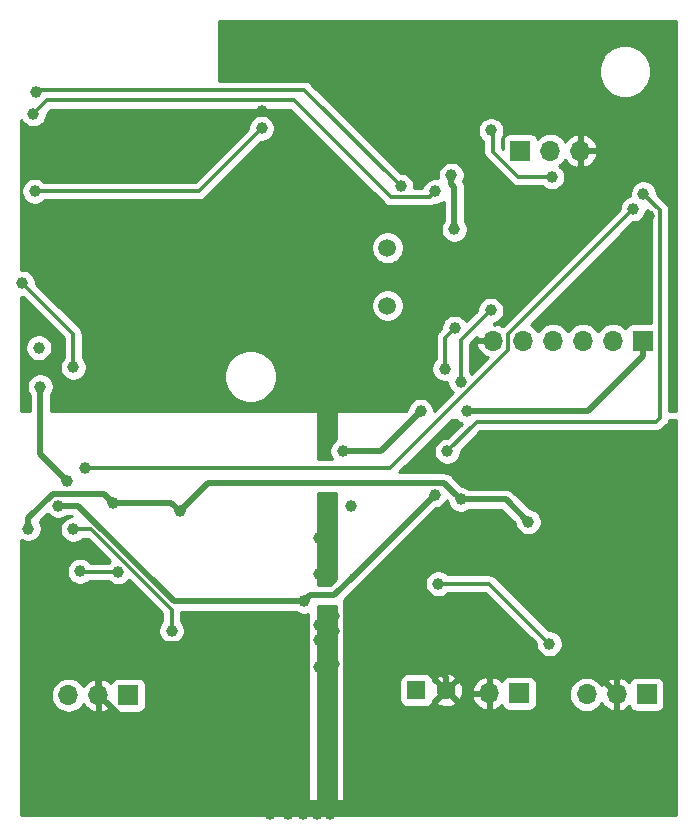
<source format=gbr>
G04 #@! TF.GenerationSoftware,KiCad,Pcbnew,(5.1.4)-1*
G04 #@! TF.CreationDate,2020-11-30T14:55:24+01:00*
G04 #@! TF.ProjectId,emg,656d672e-6b69-4636-9164-5f7063625858,rev?*
G04 #@! TF.SameCoordinates,Original*
G04 #@! TF.FileFunction,Copper,L2,Bot*
G04 #@! TF.FilePolarity,Positive*
%FSLAX46Y46*%
G04 Gerber Fmt 4.6, Leading zero omitted, Abs format (unit mm)*
G04 Created by KiCad (PCBNEW (5.1.4)-1) date 2020-11-30 14:55:24*
%MOMM*%
%LPD*%
G04 APERTURE LIST*
%ADD10R,1.700000X1.700000*%
%ADD11O,1.700000X1.700000*%
%ADD12C,1.500000*%
%ADD13R,1.600000X1.600000*%
%ADD14C,1.600000*%
%ADD15C,1.000000*%
%ADD16C,0.300000*%
%ADD17C,0.500000*%
%ADD18C,0.254000*%
G04 APERTURE END LIST*
D10*
X110210600Y-114071400D03*
D11*
X107670600Y-114071400D03*
X105130600Y-114071400D03*
X102590600Y-114071400D03*
X100050600Y-114071400D03*
X97510600Y-114071400D03*
D10*
X66649600Y-144094200D03*
D11*
X64109600Y-144094200D03*
X61569600Y-144094200D03*
X105435400Y-144018000D03*
X107975400Y-144018000D03*
D10*
X110515400Y-144018000D03*
X99720400Y-143941800D03*
D11*
X97180400Y-143941800D03*
D12*
X88569800Y-111125000D03*
X88569800Y-106225000D03*
D10*
X99822000Y-97993200D03*
D11*
X102362000Y-97993200D03*
X104902000Y-97993200D03*
D13*
X91033600Y-143687800D03*
D14*
X93533600Y-143687800D03*
D15*
X59055000Y-114681000D03*
X80518000Y-114300000D03*
X77597000Y-114300000D03*
X77978000Y-94631080D03*
X82423000Y-100711000D03*
X62039500Y-138559540D03*
X74470260Y-138620500D03*
X63230760Y-139750800D03*
X104015540Y-139766040D03*
X71374000Y-115824000D03*
X86106000Y-108458000D03*
X110744000Y-103557100D03*
X93980000Y-106426000D03*
X96266000Y-103632000D03*
X108877100Y-109580680D03*
X69342000Y-148971000D03*
X89027000Y-140081000D03*
X78613000Y-154165000D03*
X80137000Y-154165000D03*
X81432400Y-154165000D03*
X82575400Y-154165000D03*
X83693000Y-154127200D03*
X77511600Y-147837200D03*
X77520800Y-146659600D03*
X77520800Y-145338800D03*
X82804000Y-139446000D03*
X82804000Y-138176000D03*
X84074000Y-137414000D03*
X84074000Y-138684000D03*
X84074000Y-141478000D03*
X82804000Y-141732000D03*
X83820000Y-132588000D03*
X82804000Y-133858000D03*
X82804000Y-130810000D03*
X83820000Y-128778000D03*
X70291960Y-138645900D03*
X61983620Y-130065780D03*
X102273100Y-139738100D03*
X92870020Y-134655560D03*
X70977760Y-128506220D03*
X65308480Y-127817880D03*
X100487480Y-129425700D03*
X94780100Y-127528320D03*
X58163460Y-129992120D03*
X81534000Y-136144000D03*
X92575380Y-127119380D03*
X60698380Y-128046480D03*
X61468000Y-125984000D03*
X59185670Y-117963810D03*
X93980000Y-100076000D03*
X94234000Y-104648000D03*
X95308420Y-120070880D03*
X91373960Y-120042940D03*
X84775040Y-123428760D03*
X85524340Y-128064260D03*
X109382560Y-102925880D03*
X62936120Y-124889260D03*
X93632020Y-123446540D03*
X110246160Y-101645720D03*
X97312480Y-111511080D03*
X94777560Y-117563900D03*
X93433900Y-116448840D03*
X94274640Y-113004600D03*
X102496620Y-100228400D03*
X97345500Y-96286320D03*
X65770760Y-133659880D03*
X62544960Y-133598920D03*
X57671000Y-109220000D03*
X61976000Y-116332000D03*
X77914500Y-96095820D03*
X58701940Y-101422200D03*
X89712800Y-101018340D03*
X58823860Y-93012260D03*
X58574940Y-94894400D03*
X92610940Y-101452680D03*
D16*
X58801000Y-114681000D02*
X59055000Y-114681000D01*
D17*
X64109600Y-144094200D02*
X64109600Y-140629640D01*
X73763154Y-138620500D02*
X73058304Y-139325350D01*
X74470260Y-138620500D02*
X73763154Y-138620500D01*
X62805310Y-139325350D02*
X62039500Y-138559540D01*
X64109600Y-140629640D02*
X63230760Y-139750800D01*
X63230760Y-139750800D02*
X62805310Y-139325350D01*
X73058304Y-139325350D02*
X73058304Y-139971496D01*
X72837608Y-139750800D02*
X63230760Y-139750800D01*
X73058304Y-139971496D02*
X72837608Y-139750800D01*
X107975400Y-144018000D02*
X104015540Y-140058140D01*
X104015540Y-140058140D02*
X104015540Y-139766040D01*
X64959599Y-144944199D02*
X64109600Y-144094200D01*
X68486401Y-148471001D02*
X64959599Y-144944199D01*
X68842001Y-148471001D02*
X68486401Y-148471001D01*
X69342000Y-148971000D02*
X68842001Y-148471001D01*
X93533600Y-142556430D02*
X91694000Y-140716830D01*
X93533600Y-143687800D02*
X93533600Y-142556430D01*
X91694000Y-140716830D02*
X90932830Y-140716830D01*
X90932830Y-140716830D02*
X90297000Y-140081000D01*
X90297000Y-140081000D02*
X89027000Y-140081000D01*
X77520800Y-145338800D02*
X77520800Y-146659600D01*
X77520800Y-147828000D02*
X77511600Y-147837200D01*
X77520800Y-146659600D02*
X77520800Y-147828000D01*
D16*
X63508662Y-130065780D02*
X61983620Y-130065780D01*
X70291960Y-138645900D02*
X70291960Y-136849078D01*
X70291960Y-136849078D02*
X63508662Y-130065780D01*
X102273100Y-139738100D02*
X97190560Y-134655560D01*
X97190560Y-134655560D02*
X92870020Y-134655560D01*
D17*
X70977760Y-128506220D02*
X70289420Y-127817880D01*
X70289420Y-127817880D02*
X65308480Y-127817880D01*
X100487480Y-129425700D02*
X98590100Y-127528320D01*
X98590100Y-127528320D02*
X94780100Y-127528320D01*
X64808481Y-127317881D02*
X65308480Y-127817880D01*
X64537079Y-127046479D02*
X64808481Y-127317881D01*
X60218379Y-127046479D02*
X64537079Y-127046479D01*
X58163460Y-129101398D02*
X60218379Y-127046479D01*
X58163460Y-129992120D02*
X58163460Y-129101398D01*
X94280101Y-127028321D02*
X94780100Y-127528320D01*
X93371159Y-126119379D02*
X94280101Y-127028321D01*
X73364601Y-126119379D02*
X93371159Y-126119379D01*
X70977760Y-128506220D02*
X73364601Y-126119379D01*
X62408614Y-128046480D02*
X60698380Y-128046480D01*
X70528994Y-136166860D02*
X62408614Y-128046480D01*
X61468000Y-125984000D02*
X59182000Y-123698000D01*
X59182000Y-123698000D02*
X59182000Y-117967480D01*
X59182000Y-117967480D02*
X59185670Y-117963810D01*
X93980000Y-100783106D02*
X94234000Y-101037106D01*
X93980000Y-100076000D02*
X93980000Y-100783106D01*
X94234000Y-101037106D02*
X94234000Y-104648000D01*
X105561120Y-120070880D02*
X95308420Y-120070880D01*
X110210600Y-114071400D02*
X110210600Y-115421400D01*
X110210600Y-115421400D02*
X105561120Y-120070880D01*
X91373960Y-120042940D02*
X87988140Y-123428760D01*
X87988140Y-123428760D02*
X84775040Y-123428760D01*
X70551854Y-136144000D02*
X70528994Y-136166860D01*
X81534000Y-136144000D02*
X70551854Y-136144000D01*
X84050759Y-135644001D02*
X85717380Y-133977380D01*
X82033999Y-135644001D02*
X84050759Y-135644001D01*
X81534000Y-136144000D02*
X82033999Y-135644001D01*
X85564980Y-134129780D02*
X85717380Y-133977380D01*
X85717380Y-133977380D02*
X92575380Y-127119380D01*
D16*
X88784202Y-124889260D02*
X62936120Y-124889260D01*
X98760601Y-114912861D02*
X88784202Y-124889260D01*
X109382560Y-102925880D02*
X98760601Y-113547839D01*
X98760601Y-113547839D02*
X98760601Y-114912861D01*
X93632020Y-123446540D02*
X96118680Y-120959880D01*
X105742122Y-120959880D02*
X105744662Y-120957340D01*
X96118680Y-120959880D02*
X105742122Y-120959880D01*
X105744662Y-120957340D02*
X111315500Y-120957340D01*
X111644001Y-103043561D02*
X110246160Y-101645720D01*
X111315500Y-120957340D02*
X111644001Y-120628839D01*
X111644001Y-120628839D02*
X111644001Y-103043561D01*
X94777560Y-114954438D02*
X94777560Y-117563900D01*
X97312480Y-111511080D02*
X94777560Y-114046000D01*
X94777560Y-114046000D02*
X94777560Y-114954438D01*
X93433900Y-116448840D02*
X93433900Y-113845340D01*
X93433900Y-113845340D02*
X94274640Y-113004600D01*
X99637198Y-100228400D02*
X97480120Y-98071322D01*
X102496620Y-100228400D02*
X99637198Y-100228400D01*
X97480120Y-98071322D02*
X97480120Y-96420940D01*
X97480120Y-96420940D02*
X97345500Y-96286320D01*
X65770760Y-133659880D02*
X62605920Y-133659880D01*
X62605920Y-133659880D02*
X62544960Y-133598920D01*
X57671000Y-109220000D02*
X61976000Y-113525000D01*
X61976000Y-113525000D02*
X61976000Y-116332000D01*
X77914500Y-96095820D02*
X72588120Y-101422200D01*
X72588120Y-101422200D02*
X58701940Y-101422200D01*
X58980110Y-92856010D02*
X58823860Y-93012260D01*
X89712800Y-101018340D02*
X81550470Y-92856010D01*
X81550470Y-92856010D02*
X58980110Y-92856010D01*
X58574940Y-94894400D02*
X59738260Y-93731080D01*
X59738260Y-93731080D02*
X80652620Y-93731080D01*
X92145279Y-101918341D02*
X92610940Y-101452680D01*
X80652620Y-93731080D02*
X88839881Y-101918341D01*
X88839881Y-101918341D02*
X92145279Y-101918341D01*
D18*
G36*
X84201000Y-154280000D02*
G01*
X82677000Y-154280000D01*
X82677000Y-136529001D01*
X84007290Y-136529001D01*
X84050759Y-136533282D01*
X84094228Y-136529001D01*
X84094236Y-136529001D01*
X84201000Y-136518486D01*
X84201000Y-154280000D01*
X84201000Y-154280000D01*
G37*
X84201000Y-154280000D02*
X82677000Y-154280000D01*
X82677000Y-136529001D01*
X84007290Y-136529001D01*
X84050759Y-136533282D01*
X84094228Y-136529001D01*
X84094236Y-136529001D01*
X84201000Y-136518486D01*
X84201000Y-154280000D01*
G36*
X84201000Y-134242182D02*
G01*
X83684181Y-134759001D01*
X82677000Y-134759001D01*
X82677000Y-127004379D01*
X84201000Y-127004379D01*
X84201000Y-134242182D01*
X84201000Y-134242182D01*
G37*
X84201000Y-134242182D02*
X83684181Y-134759001D01*
X82677000Y-134759001D01*
X82677000Y-127004379D01*
X84201000Y-127004379D01*
X84201000Y-134242182D01*
G36*
X113005001Y-120015000D02*
G01*
X112429001Y-120015000D01*
X112429001Y-103082117D01*
X112432798Y-103043561D01*
X112429001Y-103005005D01*
X112429001Y-103005000D01*
X112425021Y-102964587D01*
X112417643Y-102889674D01*
X112372755Y-102741701D01*
X112346180Y-102691982D01*
X112299863Y-102605328D01*
X112201765Y-102485797D01*
X112171811Y-102461214D01*
X111381160Y-101670563D01*
X111381160Y-101533932D01*
X111337543Y-101314653D01*
X111251984Y-101108096D01*
X111127772Y-100922200D01*
X110969680Y-100764108D01*
X110783784Y-100639896D01*
X110577227Y-100554337D01*
X110357948Y-100510720D01*
X110134372Y-100510720D01*
X109915093Y-100554337D01*
X109708536Y-100639896D01*
X109522640Y-100764108D01*
X109364548Y-100922200D01*
X109240336Y-101108096D01*
X109154777Y-101314653D01*
X109111160Y-101533932D01*
X109111160Y-101757508D01*
X109123620Y-101820150D01*
X109051493Y-101834497D01*
X108844936Y-101920056D01*
X108659040Y-102044268D01*
X108500948Y-102202360D01*
X108376736Y-102388256D01*
X108291177Y-102594813D01*
X108247560Y-102814092D01*
X108247560Y-102950722D01*
X98346828Y-112851455D01*
X98277520Y-112799759D01*
X98014699Y-112674575D01*
X97867490Y-112629924D01*
X97637602Y-112751244D01*
X97637602Y-112603646D01*
X97643547Y-112602463D01*
X97850104Y-112516904D01*
X98036000Y-112392692D01*
X98194092Y-112234600D01*
X98318304Y-112048704D01*
X98403863Y-111842147D01*
X98447480Y-111622868D01*
X98447480Y-111399292D01*
X98403863Y-111180013D01*
X98318304Y-110973456D01*
X98194092Y-110787560D01*
X98036000Y-110629468D01*
X97850104Y-110505256D01*
X97643547Y-110419697D01*
X97424268Y-110376080D01*
X97200692Y-110376080D01*
X96981413Y-110419697D01*
X96774856Y-110505256D01*
X96588960Y-110629468D01*
X96430868Y-110787560D01*
X96306656Y-110973456D01*
X96221097Y-111180013D01*
X96177480Y-111399292D01*
X96177480Y-111535922D01*
X95266831Y-112446572D01*
X95156252Y-112281080D01*
X94998160Y-112122988D01*
X94812264Y-111998776D01*
X94605707Y-111913217D01*
X94386428Y-111869600D01*
X94162852Y-111869600D01*
X93943573Y-111913217D01*
X93737016Y-111998776D01*
X93551120Y-112122988D01*
X93393028Y-112281080D01*
X93268816Y-112466976D01*
X93183257Y-112673533D01*
X93139640Y-112892812D01*
X93139640Y-113029443D01*
X92906085Y-113262998D01*
X92876137Y-113287576D01*
X92851559Y-113317524D01*
X92851555Y-113317528D01*
X92836669Y-113335667D01*
X92778039Y-113407107D01*
X92739077Y-113480000D01*
X92705146Y-113543481D01*
X92660259Y-113691454D01*
X92645103Y-113845340D01*
X92648901Y-113883903D01*
X92648900Y-115628708D01*
X92552288Y-115725320D01*
X92428076Y-115911216D01*
X92342517Y-116117773D01*
X92298900Y-116337052D01*
X92298900Y-116560628D01*
X92342517Y-116779907D01*
X92428076Y-116986464D01*
X92552288Y-117172360D01*
X92710380Y-117330452D01*
X92896276Y-117454664D01*
X93102833Y-117540223D01*
X93322112Y-117583840D01*
X93545688Y-117583840D01*
X93642560Y-117564571D01*
X93642560Y-117675688D01*
X93686177Y-117894967D01*
X93771736Y-118101524D01*
X93895948Y-118287420D01*
X94054040Y-118445512D01*
X94092257Y-118471048D01*
X92548305Y-120015000D01*
X92508960Y-120015000D01*
X92508960Y-119931152D01*
X92465343Y-119711873D01*
X92379784Y-119505316D01*
X92255572Y-119319420D01*
X92097480Y-119161328D01*
X91911584Y-119037116D01*
X91705027Y-118951557D01*
X91485748Y-118907940D01*
X91262172Y-118907940D01*
X91042893Y-118951557D01*
X90836336Y-119037116D01*
X90650440Y-119161328D01*
X90492348Y-119319420D01*
X90368136Y-119505316D01*
X90282577Y-119711873D01*
X90240150Y-119925172D01*
X90150322Y-120015000D01*
X84328000Y-120015000D01*
X84303224Y-120017440D01*
X84279399Y-120024667D01*
X84257443Y-120036403D01*
X84238197Y-120052197D01*
X84222403Y-120071443D01*
X84210667Y-120093399D01*
X84203440Y-120117224D01*
X84201000Y-120142000D01*
X84201000Y-122447268D01*
X84051520Y-122547148D01*
X83893428Y-122705240D01*
X83769216Y-122891136D01*
X83683657Y-123097693D01*
X83640040Y-123316972D01*
X83640040Y-123540548D01*
X83683657Y-123759827D01*
X83769216Y-123966384D01*
X83861342Y-124104260D01*
X82677000Y-124104260D01*
X82677000Y-120142000D01*
X82674560Y-120117224D01*
X82667333Y-120093399D01*
X82655597Y-120071443D01*
X82639803Y-120052197D01*
X82620557Y-120036403D01*
X82598601Y-120024667D01*
X82574776Y-120017440D01*
X82550000Y-120015000D01*
X60067000Y-120015000D01*
X60067000Y-118687612D01*
X60067282Y-118687330D01*
X60191494Y-118501434D01*
X60277053Y-118294877D01*
X60320670Y-118075598D01*
X60320670Y-117852022D01*
X60277053Y-117632743D01*
X60191494Y-117426186D01*
X60067282Y-117240290D01*
X59909190Y-117082198D01*
X59723294Y-116957986D01*
X59516737Y-116872427D01*
X59297458Y-116828810D01*
X59073882Y-116828810D01*
X58854603Y-116872427D01*
X58648046Y-116957986D01*
X58462150Y-117082198D01*
X58304058Y-117240290D01*
X58179846Y-117426186D01*
X58094287Y-117632743D01*
X58050670Y-117852022D01*
X58050670Y-118075598D01*
X58094287Y-118294877D01*
X58179846Y-118501434D01*
X58297001Y-118676768D01*
X58297001Y-120015000D01*
X57556000Y-120015000D01*
X57556000Y-114569212D01*
X57920000Y-114569212D01*
X57920000Y-114792788D01*
X57963617Y-115012067D01*
X58049176Y-115218624D01*
X58173388Y-115404520D01*
X58331480Y-115562612D01*
X58517376Y-115686824D01*
X58723933Y-115772383D01*
X58943212Y-115816000D01*
X59166788Y-115816000D01*
X59386067Y-115772383D01*
X59592624Y-115686824D01*
X59778520Y-115562612D01*
X59936612Y-115404520D01*
X60060824Y-115218624D01*
X60146383Y-115012067D01*
X60190000Y-114792788D01*
X60190000Y-114569212D01*
X60146383Y-114349933D01*
X60060824Y-114143376D01*
X59936612Y-113957480D01*
X59778520Y-113799388D01*
X59592624Y-113675176D01*
X59386067Y-113589617D01*
X59166788Y-113546000D01*
X58943212Y-113546000D01*
X58723933Y-113589617D01*
X58517376Y-113675176D01*
X58331480Y-113799388D01*
X58173388Y-113957480D01*
X58049176Y-114143376D01*
X57963617Y-114349933D01*
X57920000Y-114569212D01*
X57556000Y-114569212D01*
X57556000Y-110354361D01*
X57559212Y-110355000D01*
X57695843Y-110355000D01*
X61191000Y-113850158D01*
X61191001Y-115511867D01*
X61094388Y-115608480D01*
X60970176Y-115794376D01*
X60884617Y-116000933D01*
X60841000Y-116220212D01*
X60841000Y-116443788D01*
X60884617Y-116663067D01*
X60970176Y-116869624D01*
X61094388Y-117055520D01*
X61252480Y-117213612D01*
X61438376Y-117337824D01*
X61644933Y-117423383D01*
X61864212Y-117467000D01*
X62087788Y-117467000D01*
X62307067Y-117423383D01*
X62513624Y-117337824D01*
X62699520Y-117213612D01*
X62857612Y-117055520D01*
X62978985Y-116873872D01*
X74727000Y-116873872D01*
X74727000Y-117314128D01*
X74812890Y-117745925D01*
X74981369Y-118152669D01*
X75225962Y-118518729D01*
X75537271Y-118830038D01*
X75903331Y-119074631D01*
X76310075Y-119243110D01*
X76741872Y-119329000D01*
X77182128Y-119329000D01*
X77613925Y-119243110D01*
X78020669Y-119074631D01*
X78386729Y-118830038D01*
X78698038Y-118518729D01*
X78942631Y-118152669D01*
X79111110Y-117745925D01*
X79197000Y-117314128D01*
X79197000Y-116873872D01*
X79111110Y-116442075D01*
X78942631Y-116035331D01*
X78698038Y-115669271D01*
X78386729Y-115357962D01*
X78020669Y-115113369D01*
X77613925Y-114944890D01*
X77182128Y-114859000D01*
X76741872Y-114859000D01*
X76310075Y-114944890D01*
X75903331Y-115113369D01*
X75537271Y-115357962D01*
X75225962Y-115669271D01*
X74981369Y-116035331D01*
X74812890Y-116442075D01*
X74727000Y-116873872D01*
X62978985Y-116873872D01*
X62981824Y-116869624D01*
X63067383Y-116663067D01*
X63111000Y-116443788D01*
X63111000Y-116220212D01*
X63067383Y-116000933D01*
X62981824Y-115794376D01*
X62857612Y-115608480D01*
X62761000Y-115511868D01*
X62761000Y-113563552D01*
X62764797Y-113524999D01*
X62761000Y-113486446D01*
X62761000Y-113486439D01*
X62749641Y-113371113D01*
X62704754Y-113223140D01*
X62631862Y-113086767D01*
X62577089Y-113020027D01*
X62558345Y-112997187D01*
X62558342Y-112997184D01*
X62533764Y-112967236D01*
X62503817Y-112942659D01*
X60549747Y-110988589D01*
X87184800Y-110988589D01*
X87184800Y-111261411D01*
X87238025Y-111528989D01*
X87342429Y-111781043D01*
X87494001Y-112007886D01*
X87686914Y-112200799D01*
X87913757Y-112352371D01*
X88165811Y-112456775D01*
X88433389Y-112510000D01*
X88706211Y-112510000D01*
X88973789Y-112456775D01*
X89225843Y-112352371D01*
X89452686Y-112200799D01*
X89645599Y-112007886D01*
X89797171Y-111781043D01*
X89901575Y-111528989D01*
X89954800Y-111261411D01*
X89954800Y-110988589D01*
X89901575Y-110721011D01*
X89797171Y-110468957D01*
X89645599Y-110242114D01*
X89452686Y-110049201D01*
X89225843Y-109897629D01*
X88973789Y-109793225D01*
X88706211Y-109740000D01*
X88433389Y-109740000D01*
X88165811Y-109793225D01*
X87913757Y-109897629D01*
X87686914Y-110049201D01*
X87494001Y-110242114D01*
X87342429Y-110468957D01*
X87238025Y-110721011D01*
X87184800Y-110988589D01*
X60549747Y-110988589D01*
X58806000Y-109244843D01*
X58806000Y-109108212D01*
X58762383Y-108888933D01*
X58676824Y-108682376D01*
X58552612Y-108496480D01*
X58394520Y-108338388D01*
X58208624Y-108214176D01*
X58002067Y-108128617D01*
X57782788Y-108085000D01*
X57559212Y-108085000D01*
X57556000Y-108085639D01*
X57556000Y-106088589D01*
X87184800Y-106088589D01*
X87184800Y-106361411D01*
X87238025Y-106628989D01*
X87342429Y-106881043D01*
X87494001Y-107107886D01*
X87686914Y-107300799D01*
X87913757Y-107452371D01*
X88165811Y-107556775D01*
X88433389Y-107610000D01*
X88706211Y-107610000D01*
X88973789Y-107556775D01*
X89225843Y-107452371D01*
X89452686Y-107300799D01*
X89645599Y-107107886D01*
X89797171Y-106881043D01*
X89901575Y-106628989D01*
X89954800Y-106361411D01*
X89954800Y-106088589D01*
X89901575Y-105821011D01*
X89797171Y-105568957D01*
X89645599Y-105342114D01*
X89452686Y-105149201D01*
X89225843Y-104997629D01*
X88973789Y-104893225D01*
X88706211Y-104840000D01*
X88433389Y-104840000D01*
X88165811Y-104893225D01*
X87913757Y-104997629D01*
X87686914Y-105149201D01*
X87494001Y-105342114D01*
X87342429Y-105568957D01*
X87238025Y-105821011D01*
X87184800Y-106088589D01*
X57556000Y-106088589D01*
X57556000Y-101310412D01*
X57566940Y-101310412D01*
X57566940Y-101533988D01*
X57610557Y-101753267D01*
X57696116Y-101959824D01*
X57820328Y-102145720D01*
X57978420Y-102303812D01*
X58164316Y-102428024D01*
X58370873Y-102513583D01*
X58590152Y-102557200D01*
X58813728Y-102557200D01*
X59033007Y-102513583D01*
X59239564Y-102428024D01*
X59425460Y-102303812D01*
X59522072Y-102207200D01*
X72549567Y-102207200D01*
X72588120Y-102210997D01*
X72626673Y-102207200D01*
X72626681Y-102207200D01*
X72742007Y-102195841D01*
X72889980Y-102150954D01*
X73026353Y-102078062D01*
X73145884Y-101979964D01*
X73170467Y-101950010D01*
X77889657Y-97230820D01*
X78026288Y-97230820D01*
X78245567Y-97187203D01*
X78452124Y-97101644D01*
X78638020Y-96977432D01*
X78796112Y-96819340D01*
X78920324Y-96633444D01*
X79005883Y-96426887D01*
X79049500Y-96207608D01*
X79049500Y-95984032D01*
X79005883Y-95764753D01*
X78920324Y-95558196D01*
X78796112Y-95372300D01*
X78638020Y-95214208D01*
X78452124Y-95089996D01*
X78245567Y-95004437D01*
X78026288Y-94960820D01*
X77802712Y-94960820D01*
X77583433Y-95004437D01*
X77376876Y-95089996D01*
X77190980Y-95214208D01*
X77032888Y-95372300D01*
X76908676Y-95558196D01*
X76823117Y-95764753D01*
X76779500Y-95984032D01*
X76779500Y-96120663D01*
X72262963Y-100637200D01*
X59522072Y-100637200D01*
X59425460Y-100540588D01*
X59239564Y-100416376D01*
X59033007Y-100330817D01*
X58813728Y-100287200D01*
X58590152Y-100287200D01*
X58370873Y-100330817D01*
X58164316Y-100416376D01*
X57978420Y-100540588D01*
X57820328Y-100698680D01*
X57696116Y-100884576D01*
X57610557Y-101091133D01*
X57566940Y-101310412D01*
X57556000Y-101310412D01*
X57556000Y-95400359D01*
X57569116Y-95432024D01*
X57693328Y-95617920D01*
X57851420Y-95776012D01*
X58037316Y-95900224D01*
X58243873Y-95985783D01*
X58463152Y-96029400D01*
X58686728Y-96029400D01*
X58906007Y-95985783D01*
X59112564Y-95900224D01*
X59298460Y-95776012D01*
X59456552Y-95617920D01*
X59580764Y-95432024D01*
X59666323Y-95225467D01*
X59709940Y-95006188D01*
X59709940Y-94869557D01*
X60063418Y-94516080D01*
X80327463Y-94516080D01*
X88257534Y-102446151D01*
X88282117Y-102476105D01*
X88401648Y-102574203D01*
X88538021Y-102647095D01*
X88685994Y-102691983D01*
X88760907Y-102699361D01*
X88801320Y-102703341D01*
X88801325Y-102703341D01*
X88839881Y-102707138D01*
X88878437Y-102703341D01*
X92106726Y-102703341D01*
X92145279Y-102707138D01*
X92183832Y-102703341D01*
X92183840Y-102703341D01*
X92299166Y-102691982D01*
X92447139Y-102647095D01*
X92558298Y-102587680D01*
X92722728Y-102587680D01*
X92942007Y-102544063D01*
X93148564Y-102458504D01*
X93334460Y-102334292D01*
X93349000Y-102319752D01*
X93349001Y-103929549D01*
X93228176Y-104110376D01*
X93142617Y-104316933D01*
X93099000Y-104536212D01*
X93099000Y-104759788D01*
X93142617Y-104979067D01*
X93228176Y-105185624D01*
X93352388Y-105371520D01*
X93510480Y-105529612D01*
X93696376Y-105653824D01*
X93902933Y-105739383D01*
X94122212Y-105783000D01*
X94345788Y-105783000D01*
X94565067Y-105739383D01*
X94771624Y-105653824D01*
X94957520Y-105529612D01*
X95115612Y-105371520D01*
X95239824Y-105185624D01*
X95325383Y-104979067D01*
X95369000Y-104759788D01*
X95369000Y-104536212D01*
X95325383Y-104316933D01*
X95239824Y-104110376D01*
X95119000Y-103929550D01*
X95119000Y-101080571D01*
X95123281Y-101037105D01*
X95119000Y-100993639D01*
X95119000Y-100993629D01*
X95106195Y-100863616D01*
X95055589Y-100696793D01*
X94996875Y-100586945D01*
X95071383Y-100407067D01*
X95115000Y-100187788D01*
X95115000Y-99964212D01*
X95071383Y-99744933D01*
X94985824Y-99538376D01*
X94861612Y-99352480D01*
X94703520Y-99194388D01*
X94517624Y-99070176D01*
X94311067Y-98984617D01*
X94091788Y-98941000D01*
X93868212Y-98941000D01*
X93648933Y-98984617D01*
X93442376Y-99070176D01*
X93256480Y-99194388D01*
X93098388Y-99352480D01*
X92974176Y-99538376D01*
X92888617Y-99744933D01*
X92845000Y-99964212D01*
X92845000Y-100187788D01*
X92876938Y-100348354D01*
X92722728Y-100317680D01*
X92499152Y-100317680D01*
X92279873Y-100361297D01*
X92073316Y-100446856D01*
X91887420Y-100571068D01*
X91729328Y-100729160D01*
X91605116Y-100915056D01*
X91519557Y-101121613D01*
X91517224Y-101133341D01*
X90847161Y-101133341D01*
X90847800Y-101130128D01*
X90847800Y-100906552D01*
X90804183Y-100687273D01*
X90718624Y-100480716D01*
X90594412Y-100294820D01*
X90436320Y-100136728D01*
X90250424Y-100012516D01*
X90043867Y-99926957D01*
X89824588Y-99883340D01*
X89687957Y-99883340D01*
X85979149Y-96174532D01*
X96210500Y-96174532D01*
X96210500Y-96398108D01*
X96254117Y-96617387D01*
X96339676Y-96823944D01*
X96463888Y-97009840D01*
X96621980Y-97167932D01*
X96695121Y-97216803D01*
X96695120Y-98032769D01*
X96691323Y-98071322D01*
X96695120Y-98109875D01*
X96695120Y-98109882D01*
X96706479Y-98225208D01*
X96751366Y-98373181D01*
X96824258Y-98509554D01*
X96922356Y-98629086D01*
X96952310Y-98653669D01*
X99054856Y-100756216D01*
X99079434Y-100786164D01*
X99109382Y-100810742D01*
X99109385Y-100810745D01*
X99128684Y-100826583D01*
X99198965Y-100884262D01*
X99325546Y-100951920D01*
X99335338Y-100957154D01*
X99483311Y-101002042D01*
X99558224Y-101009420D01*
X99598637Y-101013400D01*
X99598642Y-101013400D01*
X99637198Y-101017197D01*
X99675753Y-101013400D01*
X101676488Y-101013400D01*
X101773100Y-101110012D01*
X101958996Y-101234224D01*
X102165553Y-101319783D01*
X102384832Y-101363400D01*
X102608408Y-101363400D01*
X102827687Y-101319783D01*
X103034244Y-101234224D01*
X103220140Y-101110012D01*
X103378232Y-100951920D01*
X103502444Y-100766024D01*
X103588003Y-100559467D01*
X103631620Y-100340188D01*
X103631620Y-100116612D01*
X103588003Y-99897333D01*
X103502444Y-99690776D01*
X103378232Y-99504880D01*
X103220140Y-99346788D01*
X103113338Y-99275425D01*
X103191014Y-99233906D01*
X103417134Y-99048334D01*
X103602706Y-98822214D01*
X103637201Y-98757677D01*
X103706822Y-98874555D01*
X103901731Y-99090788D01*
X104135080Y-99264841D01*
X104397901Y-99390025D01*
X104545110Y-99434676D01*
X104775000Y-99313355D01*
X104775000Y-98120200D01*
X105029000Y-98120200D01*
X105029000Y-99313355D01*
X105258890Y-99434676D01*
X105406099Y-99390025D01*
X105668920Y-99264841D01*
X105902269Y-99090788D01*
X106097178Y-98874555D01*
X106246157Y-98624452D01*
X106343481Y-98350091D01*
X106222814Y-98120200D01*
X105029000Y-98120200D01*
X104775000Y-98120200D01*
X104755000Y-98120200D01*
X104755000Y-97866200D01*
X104775000Y-97866200D01*
X104775000Y-96673045D01*
X105029000Y-96673045D01*
X105029000Y-97866200D01*
X106222814Y-97866200D01*
X106343481Y-97636309D01*
X106246157Y-97361948D01*
X106097178Y-97111845D01*
X105902269Y-96895612D01*
X105668920Y-96721559D01*
X105406099Y-96596375D01*
X105258890Y-96551724D01*
X105029000Y-96673045D01*
X104775000Y-96673045D01*
X104545110Y-96551724D01*
X104397901Y-96596375D01*
X104135080Y-96721559D01*
X103901731Y-96895612D01*
X103706822Y-97111845D01*
X103637201Y-97228723D01*
X103602706Y-97164186D01*
X103417134Y-96938066D01*
X103191014Y-96752494D01*
X102933034Y-96614601D01*
X102653111Y-96529687D01*
X102434950Y-96508200D01*
X102289050Y-96508200D01*
X102070889Y-96529687D01*
X101790966Y-96614601D01*
X101532986Y-96752494D01*
X101306866Y-96938066D01*
X101282393Y-96967887D01*
X101261502Y-96899020D01*
X101202537Y-96788706D01*
X101123185Y-96692015D01*
X101026494Y-96612663D01*
X100916180Y-96553698D01*
X100796482Y-96517388D01*
X100672000Y-96505128D01*
X98972000Y-96505128D01*
X98847518Y-96517388D01*
X98727820Y-96553698D01*
X98617506Y-96612663D01*
X98520815Y-96692015D01*
X98441463Y-96788706D01*
X98382498Y-96899020D01*
X98346188Y-97018718D01*
X98333928Y-97143200D01*
X98333928Y-97814973D01*
X98265120Y-97746165D01*
X98265120Y-96952957D01*
X98351324Y-96823944D01*
X98436883Y-96617387D01*
X98480500Y-96398108D01*
X98480500Y-96174532D01*
X98436883Y-95955253D01*
X98351324Y-95748696D01*
X98227112Y-95562800D01*
X98069020Y-95404708D01*
X97883124Y-95280496D01*
X97676567Y-95194937D01*
X97457288Y-95151320D01*
X97233712Y-95151320D01*
X97014433Y-95194937D01*
X96807876Y-95280496D01*
X96621980Y-95404708D01*
X96463888Y-95562800D01*
X96339676Y-95748696D01*
X96254117Y-95955253D01*
X96210500Y-96174532D01*
X85979149Y-96174532D01*
X82132817Y-92328200D01*
X82108234Y-92298246D01*
X81988703Y-92200148D01*
X81852330Y-92127256D01*
X81704357Y-92082369D01*
X81589031Y-92071010D01*
X81589023Y-92071010D01*
X81550470Y-92067213D01*
X81511917Y-92071010D01*
X74295000Y-92071010D01*
X74295000Y-91042072D01*
X106451600Y-91042072D01*
X106451600Y-91482328D01*
X106537490Y-91914125D01*
X106705969Y-92320869D01*
X106950562Y-92686929D01*
X107261871Y-92998238D01*
X107627931Y-93242831D01*
X108034675Y-93411310D01*
X108466472Y-93497200D01*
X108906728Y-93497200D01*
X109338525Y-93411310D01*
X109745269Y-93242831D01*
X110111329Y-92998238D01*
X110422638Y-92686929D01*
X110667231Y-92320869D01*
X110835710Y-91914125D01*
X110921600Y-91482328D01*
X110921600Y-91042072D01*
X110835710Y-90610275D01*
X110667231Y-90203531D01*
X110422638Y-89837471D01*
X110111329Y-89526162D01*
X109745269Y-89281569D01*
X109338525Y-89113090D01*
X108906728Y-89027200D01*
X108466472Y-89027200D01*
X108034675Y-89113090D01*
X107627931Y-89281569D01*
X107261871Y-89526162D01*
X106950562Y-89837471D01*
X106705969Y-90203531D01*
X106537490Y-90610275D01*
X106451600Y-91042072D01*
X74295000Y-91042072D01*
X74295000Y-87020000D01*
X113005001Y-87020000D01*
X113005001Y-120015000D01*
X113005001Y-120015000D01*
G37*
X113005001Y-120015000D02*
X112429001Y-120015000D01*
X112429001Y-103082117D01*
X112432798Y-103043561D01*
X112429001Y-103005005D01*
X112429001Y-103005000D01*
X112425021Y-102964587D01*
X112417643Y-102889674D01*
X112372755Y-102741701D01*
X112346180Y-102691982D01*
X112299863Y-102605328D01*
X112201765Y-102485797D01*
X112171811Y-102461214D01*
X111381160Y-101670563D01*
X111381160Y-101533932D01*
X111337543Y-101314653D01*
X111251984Y-101108096D01*
X111127772Y-100922200D01*
X110969680Y-100764108D01*
X110783784Y-100639896D01*
X110577227Y-100554337D01*
X110357948Y-100510720D01*
X110134372Y-100510720D01*
X109915093Y-100554337D01*
X109708536Y-100639896D01*
X109522640Y-100764108D01*
X109364548Y-100922200D01*
X109240336Y-101108096D01*
X109154777Y-101314653D01*
X109111160Y-101533932D01*
X109111160Y-101757508D01*
X109123620Y-101820150D01*
X109051493Y-101834497D01*
X108844936Y-101920056D01*
X108659040Y-102044268D01*
X108500948Y-102202360D01*
X108376736Y-102388256D01*
X108291177Y-102594813D01*
X108247560Y-102814092D01*
X108247560Y-102950722D01*
X98346828Y-112851455D01*
X98277520Y-112799759D01*
X98014699Y-112674575D01*
X97867490Y-112629924D01*
X97637602Y-112751244D01*
X97637602Y-112603646D01*
X97643547Y-112602463D01*
X97850104Y-112516904D01*
X98036000Y-112392692D01*
X98194092Y-112234600D01*
X98318304Y-112048704D01*
X98403863Y-111842147D01*
X98447480Y-111622868D01*
X98447480Y-111399292D01*
X98403863Y-111180013D01*
X98318304Y-110973456D01*
X98194092Y-110787560D01*
X98036000Y-110629468D01*
X97850104Y-110505256D01*
X97643547Y-110419697D01*
X97424268Y-110376080D01*
X97200692Y-110376080D01*
X96981413Y-110419697D01*
X96774856Y-110505256D01*
X96588960Y-110629468D01*
X96430868Y-110787560D01*
X96306656Y-110973456D01*
X96221097Y-111180013D01*
X96177480Y-111399292D01*
X96177480Y-111535922D01*
X95266831Y-112446572D01*
X95156252Y-112281080D01*
X94998160Y-112122988D01*
X94812264Y-111998776D01*
X94605707Y-111913217D01*
X94386428Y-111869600D01*
X94162852Y-111869600D01*
X93943573Y-111913217D01*
X93737016Y-111998776D01*
X93551120Y-112122988D01*
X93393028Y-112281080D01*
X93268816Y-112466976D01*
X93183257Y-112673533D01*
X93139640Y-112892812D01*
X93139640Y-113029443D01*
X92906085Y-113262998D01*
X92876137Y-113287576D01*
X92851559Y-113317524D01*
X92851555Y-113317528D01*
X92836669Y-113335667D01*
X92778039Y-113407107D01*
X92739077Y-113480000D01*
X92705146Y-113543481D01*
X92660259Y-113691454D01*
X92645103Y-113845340D01*
X92648901Y-113883903D01*
X92648900Y-115628708D01*
X92552288Y-115725320D01*
X92428076Y-115911216D01*
X92342517Y-116117773D01*
X92298900Y-116337052D01*
X92298900Y-116560628D01*
X92342517Y-116779907D01*
X92428076Y-116986464D01*
X92552288Y-117172360D01*
X92710380Y-117330452D01*
X92896276Y-117454664D01*
X93102833Y-117540223D01*
X93322112Y-117583840D01*
X93545688Y-117583840D01*
X93642560Y-117564571D01*
X93642560Y-117675688D01*
X93686177Y-117894967D01*
X93771736Y-118101524D01*
X93895948Y-118287420D01*
X94054040Y-118445512D01*
X94092257Y-118471048D01*
X92548305Y-120015000D01*
X92508960Y-120015000D01*
X92508960Y-119931152D01*
X92465343Y-119711873D01*
X92379784Y-119505316D01*
X92255572Y-119319420D01*
X92097480Y-119161328D01*
X91911584Y-119037116D01*
X91705027Y-118951557D01*
X91485748Y-118907940D01*
X91262172Y-118907940D01*
X91042893Y-118951557D01*
X90836336Y-119037116D01*
X90650440Y-119161328D01*
X90492348Y-119319420D01*
X90368136Y-119505316D01*
X90282577Y-119711873D01*
X90240150Y-119925172D01*
X90150322Y-120015000D01*
X84328000Y-120015000D01*
X84303224Y-120017440D01*
X84279399Y-120024667D01*
X84257443Y-120036403D01*
X84238197Y-120052197D01*
X84222403Y-120071443D01*
X84210667Y-120093399D01*
X84203440Y-120117224D01*
X84201000Y-120142000D01*
X84201000Y-122447268D01*
X84051520Y-122547148D01*
X83893428Y-122705240D01*
X83769216Y-122891136D01*
X83683657Y-123097693D01*
X83640040Y-123316972D01*
X83640040Y-123540548D01*
X83683657Y-123759827D01*
X83769216Y-123966384D01*
X83861342Y-124104260D01*
X82677000Y-124104260D01*
X82677000Y-120142000D01*
X82674560Y-120117224D01*
X82667333Y-120093399D01*
X82655597Y-120071443D01*
X82639803Y-120052197D01*
X82620557Y-120036403D01*
X82598601Y-120024667D01*
X82574776Y-120017440D01*
X82550000Y-120015000D01*
X60067000Y-120015000D01*
X60067000Y-118687612D01*
X60067282Y-118687330D01*
X60191494Y-118501434D01*
X60277053Y-118294877D01*
X60320670Y-118075598D01*
X60320670Y-117852022D01*
X60277053Y-117632743D01*
X60191494Y-117426186D01*
X60067282Y-117240290D01*
X59909190Y-117082198D01*
X59723294Y-116957986D01*
X59516737Y-116872427D01*
X59297458Y-116828810D01*
X59073882Y-116828810D01*
X58854603Y-116872427D01*
X58648046Y-116957986D01*
X58462150Y-117082198D01*
X58304058Y-117240290D01*
X58179846Y-117426186D01*
X58094287Y-117632743D01*
X58050670Y-117852022D01*
X58050670Y-118075598D01*
X58094287Y-118294877D01*
X58179846Y-118501434D01*
X58297001Y-118676768D01*
X58297001Y-120015000D01*
X57556000Y-120015000D01*
X57556000Y-114569212D01*
X57920000Y-114569212D01*
X57920000Y-114792788D01*
X57963617Y-115012067D01*
X58049176Y-115218624D01*
X58173388Y-115404520D01*
X58331480Y-115562612D01*
X58517376Y-115686824D01*
X58723933Y-115772383D01*
X58943212Y-115816000D01*
X59166788Y-115816000D01*
X59386067Y-115772383D01*
X59592624Y-115686824D01*
X59778520Y-115562612D01*
X59936612Y-115404520D01*
X60060824Y-115218624D01*
X60146383Y-115012067D01*
X60190000Y-114792788D01*
X60190000Y-114569212D01*
X60146383Y-114349933D01*
X60060824Y-114143376D01*
X59936612Y-113957480D01*
X59778520Y-113799388D01*
X59592624Y-113675176D01*
X59386067Y-113589617D01*
X59166788Y-113546000D01*
X58943212Y-113546000D01*
X58723933Y-113589617D01*
X58517376Y-113675176D01*
X58331480Y-113799388D01*
X58173388Y-113957480D01*
X58049176Y-114143376D01*
X57963617Y-114349933D01*
X57920000Y-114569212D01*
X57556000Y-114569212D01*
X57556000Y-110354361D01*
X57559212Y-110355000D01*
X57695843Y-110355000D01*
X61191000Y-113850158D01*
X61191001Y-115511867D01*
X61094388Y-115608480D01*
X60970176Y-115794376D01*
X60884617Y-116000933D01*
X60841000Y-116220212D01*
X60841000Y-116443788D01*
X60884617Y-116663067D01*
X60970176Y-116869624D01*
X61094388Y-117055520D01*
X61252480Y-117213612D01*
X61438376Y-117337824D01*
X61644933Y-117423383D01*
X61864212Y-117467000D01*
X62087788Y-117467000D01*
X62307067Y-117423383D01*
X62513624Y-117337824D01*
X62699520Y-117213612D01*
X62857612Y-117055520D01*
X62978985Y-116873872D01*
X74727000Y-116873872D01*
X74727000Y-117314128D01*
X74812890Y-117745925D01*
X74981369Y-118152669D01*
X75225962Y-118518729D01*
X75537271Y-118830038D01*
X75903331Y-119074631D01*
X76310075Y-119243110D01*
X76741872Y-119329000D01*
X77182128Y-119329000D01*
X77613925Y-119243110D01*
X78020669Y-119074631D01*
X78386729Y-118830038D01*
X78698038Y-118518729D01*
X78942631Y-118152669D01*
X79111110Y-117745925D01*
X79197000Y-117314128D01*
X79197000Y-116873872D01*
X79111110Y-116442075D01*
X78942631Y-116035331D01*
X78698038Y-115669271D01*
X78386729Y-115357962D01*
X78020669Y-115113369D01*
X77613925Y-114944890D01*
X77182128Y-114859000D01*
X76741872Y-114859000D01*
X76310075Y-114944890D01*
X75903331Y-115113369D01*
X75537271Y-115357962D01*
X75225962Y-115669271D01*
X74981369Y-116035331D01*
X74812890Y-116442075D01*
X74727000Y-116873872D01*
X62978985Y-116873872D01*
X62981824Y-116869624D01*
X63067383Y-116663067D01*
X63111000Y-116443788D01*
X63111000Y-116220212D01*
X63067383Y-116000933D01*
X62981824Y-115794376D01*
X62857612Y-115608480D01*
X62761000Y-115511868D01*
X62761000Y-113563552D01*
X62764797Y-113524999D01*
X62761000Y-113486446D01*
X62761000Y-113486439D01*
X62749641Y-113371113D01*
X62704754Y-113223140D01*
X62631862Y-113086767D01*
X62577089Y-113020027D01*
X62558345Y-112997187D01*
X62558342Y-112997184D01*
X62533764Y-112967236D01*
X62503817Y-112942659D01*
X60549747Y-110988589D01*
X87184800Y-110988589D01*
X87184800Y-111261411D01*
X87238025Y-111528989D01*
X87342429Y-111781043D01*
X87494001Y-112007886D01*
X87686914Y-112200799D01*
X87913757Y-112352371D01*
X88165811Y-112456775D01*
X88433389Y-112510000D01*
X88706211Y-112510000D01*
X88973789Y-112456775D01*
X89225843Y-112352371D01*
X89452686Y-112200799D01*
X89645599Y-112007886D01*
X89797171Y-111781043D01*
X89901575Y-111528989D01*
X89954800Y-111261411D01*
X89954800Y-110988589D01*
X89901575Y-110721011D01*
X89797171Y-110468957D01*
X89645599Y-110242114D01*
X89452686Y-110049201D01*
X89225843Y-109897629D01*
X88973789Y-109793225D01*
X88706211Y-109740000D01*
X88433389Y-109740000D01*
X88165811Y-109793225D01*
X87913757Y-109897629D01*
X87686914Y-110049201D01*
X87494001Y-110242114D01*
X87342429Y-110468957D01*
X87238025Y-110721011D01*
X87184800Y-110988589D01*
X60549747Y-110988589D01*
X58806000Y-109244843D01*
X58806000Y-109108212D01*
X58762383Y-108888933D01*
X58676824Y-108682376D01*
X58552612Y-108496480D01*
X58394520Y-108338388D01*
X58208624Y-108214176D01*
X58002067Y-108128617D01*
X57782788Y-108085000D01*
X57559212Y-108085000D01*
X57556000Y-108085639D01*
X57556000Y-106088589D01*
X87184800Y-106088589D01*
X87184800Y-106361411D01*
X87238025Y-106628989D01*
X87342429Y-106881043D01*
X87494001Y-107107886D01*
X87686914Y-107300799D01*
X87913757Y-107452371D01*
X88165811Y-107556775D01*
X88433389Y-107610000D01*
X88706211Y-107610000D01*
X88973789Y-107556775D01*
X89225843Y-107452371D01*
X89452686Y-107300799D01*
X89645599Y-107107886D01*
X89797171Y-106881043D01*
X89901575Y-106628989D01*
X89954800Y-106361411D01*
X89954800Y-106088589D01*
X89901575Y-105821011D01*
X89797171Y-105568957D01*
X89645599Y-105342114D01*
X89452686Y-105149201D01*
X89225843Y-104997629D01*
X88973789Y-104893225D01*
X88706211Y-104840000D01*
X88433389Y-104840000D01*
X88165811Y-104893225D01*
X87913757Y-104997629D01*
X87686914Y-105149201D01*
X87494001Y-105342114D01*
X87342429Y-105568957D01*
X87238025Y-105821011D01*
X87184800Y-106088589D01*
X57556000Y-106088589D01*
X57556000Y-101310412D01*
X57566940Y-101310412D01*
X57566940Y-101533988D01*
X57610557Y-101753267D01*
X57696116Y-101959824D01*
X57820328Y-102145720D01*
X57978420Y-102303812D01*
X58164316Y-102428024D01*
X58370873Y-102513583D01*
X58590152Y-102557200D01*
X58813728Y-102557200D01*
X59033007Y-102513583D01*
X59239564Y-102428024D01*
X59425460Y-102303812D01*
X59522072Y-102207200D01*
X72549567Y-102207200D01*
X72588120Y-102210997D01*
X72626673Y-102207200D01*
X72626681Y-102207200D01*
X72742007Y-102195841D01*
X72889980Y-102150954D01*
X73026353Y-102078062D01*
X73145884Y-101979964D01*
X73170467Y-101950010D01*
X77889657Y-97230820D01*
X78026288Y-97230820D01*
X78245567Y-97187203D01*
X78452124Y-97101644D01*
X78638020Y-96977432D01*
X78796112Y-96819340D01*
X78920324Y-96633444D01*
X79005883Y-96426887D01*
X79049500Y-96207608D01*
X79049500Y-95984032D01*
X79005883Y-95764753D01*
X78920324Y-95558196D01*
X78796112Y-95372300D01*
X78638020Y-95214208D01*
X78452124Y-95089996D01*
X78245567Y-95004437D01*
X78026288Y-94960820D01*
X77802712Y-94960820D01*
X77583433Y-95004437D01*
X77376876Y-95089996D01*
X77190980Y-95214208D01*
X77032888Y-95372300D01*
X76908676Y-95558196D01*
X76823117Y-95764753D01*
X76779500Y-95984032D01*
X76779500Y-96120663D01*
X72262963Y-100637200D01*
X59522072Y-100637200D01*
X59425460Y-100540588D01*
X59239564Y-100416376D01*
X59033007Y-100330817D01*
X58813728Y-100287200D01*
X58590152Y-100287200D01*
X58370873Y-100330817D01*
X58164316Y-100416376D01*
X57978420Y-100540588D01*
X57820328Y-100698680D01*
X57696116Y-100884576D01*
X57610557Y-101091133D01*
X57566940Y-101310412D01*
X57556000Y-101310412D01*
X57556000Y-95400359D01*
X57569116Y-95432024D01*
X57693328Y-95617920D01*
X57851420Y-95776012D01*
X58037316Y-95900224D01*
X58243873Y-95985783D01*
X58463152Y-96029400D01*
X58686728Y-96029400D01*
X58906007Y-95985783D01*
X59112564Y-95900224D01*
X59298460Y-95776012D01*
X59456552Y-95617920D01*
X59580764Y-95432024D01*
X59666323Y-95225467D01*
X59709940Y-95006188D01*
X59709940Y-94869557D01*
X60063418Y-94516080D01*
X80327463Y-94516080D01*
X88257534Y-102446151D01*
X88282117Y-102476105D01*
X88401648Y-102574203D01*
X88538021Y-102647095D01*
X88685994Y-102691983D01*
X88760907Y-102699361D01*
X88801320Y-102703341D01*
X88801325Y-102703341D01*
X88839881Y-102707138D01*
X88878437Y-102703341D01*
X92106726Y-102703341D01*
X92145279Y-102707138D01*
X92183832Y-102703341D01*
X92183840Y-102703341D01*
X92299166Y-102691982D01*
X92447139Y-102647095D01*
X92558298Y-102587680D01*
X92722728Y-102587680D01*
X92942007Y-102544063D01*
X93148564Y-102458504D01*
X93334460Y-102334292D01*
X93349000Y-102319752D01*
X93349001Y-103929549D01*
X93228176Y-104110376D01*
X93142617Y-104316933D01*
X93099000Y-104536212D01*
X93099000Y-104759788D01*
X93142617Y-104979067D01*
X93228176Y-105185624D01*
X93352388Y-105371520D01*
X93510480Y-105529612D01*
X93696376Y-105653824D01*
X93902933Y-105739383D01*
X94122212Y-105783000D01*
X94345788Y-105783000D01*
X94565067Y-105739383D01*
X94771624Y-105653824D01*
X94957520Y-105529612D01*
X95115612Y-105371520D01*
X95239824Y-105185624D01*
X95325383Y-104979067D01*
X95369000Y-104759788D01*
X95369000Y-104536212D01*
X95325383Y-104316933D01*
X95239824Y-104110376D01*
X95119000Y-103929550D01*
X95119000Y-101080571D01*
X95123281Y-101037105D01*
X95119000Y-100993639D01*
X95119000Y-100993629D01*
X95106195Y-100863616D01*
X95055589Y-100696793D01*
X94996875Y-100586945D01*
X95071383Y-100407067D01*
X95115000Y-100187788D01*
X95115000Y-99964212D01*
X95071383Y-99744933D01*
X94985824Y-99538376D01*
X94861612Y-99352480D01*
X94703520Y-99194388D01*
X94517624Y-99070176D01*
X94311067Y-98984617D01*
X94091788Y-98941000D01*
X93868212Y-98941000D01*
X93648933Y-98984617D01*
X93442376Y-99070176D01*
X93256480Y-99194388D01*
X93098388Y-99352480D01*
X92974176Y-99538376D01*
X92888617Y-99744933D01*
X92845000Y-99964212D01*
X92845000Y-100187788D01*
X92876938Y-100348354D01*
X92722728Y-100317680D01*
X92499152Y-100317680D01*
X92279873Y-100361297D01*
X92073316Y-100446856D01*
X91887420Y-100571068D01*
X91729328Y-100729160D01*
X91605116Y-100915056D01*
X91519557Y-101121613D01*
X91517224Y-101133341D01*
X90847161Y-101133341D01*
X90847800Y-101130128D01*
X90847800Y-100906552D01*
X90804183Y-100687273D01*
X90718624Y-100480716D01*
X90594412Y-100294820D01*
X90436320Y-100136728D01*
X90250424Y-100012516D01*
X90043867Y-99926957D01*
X89824588Y-99883340D01*
X89687957Y-99883340D01*
X85979149Y-96174532D01*
X96210500Y-96174532D01*
X96210500Y-96398108D01*
X96254117Y-96617387D01*
X96339676Y-96823944D01*
X96463888Y-97009840D01*
X96621980Y-97167932D01*
X96695121Y-97216803D01*
X96695120Y-98032769D01*
X96691323Y-98071322D01*
X96695120Y-98109875D01*
X96695120Y-98109882D01*
X96706479Y-98225208D01*
X96751366Y-98373181D01*
X96824258Y-98509554D01*
X96922356Y-98629086D01*
X96952310Y-98653669D01*
X99054856Y-100756216D01*
X99079434Y-100786164D01*
X99109382Y-100810742D01*
X99109385Y-100810745D01*
X99128684Y-100826583D01*
X99198965Y-100884262D01*
X99325546Y-100951920D01*
X99335338Y-100957154D01*
X99483311Y-101002042D01*
X99558224Y-101009420D01*
X99598637Y-101013400D01*
X99598642Y-101013400D01*
X99637198Y-101017197D01*
X99675753Y-101013400D01*
X101676488Y-101013400D01*
X101773100Y-101110012D01*
X101958996Y-101234224D01*
X102165553Y-101319783D01*
X102384832Y-101363400D01*
X102608408Y-101363400D01*
X102827687Y-101319783D01*
X103034244Y-101234224D01*
X103220140Y-101110012D01*
X103378232Y-100951920D01*
X103502444Y-100766024D01*
X103588003Y-100559467D01*
X103631620Y-100340188D01*
X103631620Y-100116612D01*
X103588003Y-99897333D01*
X103502444Y-99690776D01*
X103378232Y-99504880D01*
X103220140Y-99346788D01*
X103113338Y-99275425D01*
X103191014Y-99233906D01*
X103417134Y-99048334D01*
X103602706Y-98822214D01*
X103637201Y-98757677D01*
X103706822Y-98874555D01*
X103901731Y-99090788D01*
X104135080Y-99264841D01*
X104397901Y-99390025D01*
X104545110Y-99434676D01*
X104775000Y-99313355D01*
X104775000Y-98120200D01*
X105029000Y-98120200D01*
X105029000Y-99313355D01*
X105258890Y-99434676D01*
X105406099Y-99390025D01*
X105668920Y-99264841D01*
X105902269Y-99090788D01*
X106097178Y-98874555D01*
X106246157Y-98624452D01*
X106343481Y-98350091D01*
X106222814Y-98120200D01*
X105029000Y-98120200D01*
X104775000Y-98120200D01*
X104755000Y-98120200D01*
X104755000Y-97866200D01*
X104775000Y-97866200D01*
X104775000Y-96673045D01*
X105029000Y-96673045D01*
X105029000Y-97866200D01*
X106222814Y-97866200D01*
X106343481Y-97636309D01*
X106246157Y-97361948D01*
X106097178Y-97111845D01*
X105902269Y-96895612D01*
X105668920Y-96721559D01*
X105406099Y-96596375D01*
X105258890Y-96551724D01*
X105029000Y-96673045D01*
X104775000Y-96673045D01*
X104545110Y-96551724D01*
X104397901Y-96596375D01*
X104135080Y-96721559D01*
X103901731Y-96895612D01*
X103706822Y-97111845D01*
X103637201Y-97228723D01*
X103602706Y-97164186D01*
X103417134Y-96938066D01*
X103191014Y-96752494D01*
X102933034Y-96614601D01*
X102653111Y-96529687D01*
X102434950Y-96508200D01*
X102289050Y-96508200D01*
X102070889Y-96529687D01*
X101790966Y-96614601D01*
X101532986Y-96752494D01*
X101306866Y-96938066D01*
X101282393Y-96967887D01*
X101261502Y-96899020D01*
X101202537Y-96788706D01*
X101123185Y-96692015D01*
X101026494Y-96612663D01*
X100916180Y-96553698D01*
X100796482Y-96517388D01*
X100672000Y-96505128D01*
X98972000Y-96505128D01*
X98847518Y-96517388D01*
X98727820Y-96553698D01*
X98617506Y-96612663D01*
X98520815Y-96692015D01*
X98441463Y-96788706D01*
X98382498Y-96899020D01*
X98346188Y-97018718D01*
X98333928Y-97143200D01*
X98333928Y-97814973D01*
X98265120Y-97746165D01*
X98265120Y-96952957D01*
X98351324Y-96823944D01*
X98436883Y-96617387D01*
X98480500Y-96398108D01*
X98480500Y-96174532D01*
X98436883Y-95955253D01*
X98351324Y-95748696D01*
X98227112Y-95562800D01*
X98069020Y-95404708D01*
X97883124Y-95280496D01*
X97676567Y-95194937D01*
X97457288Y-95151320D01*
X97233712Y-95151320D01*
X97014433Y-95194937D01*
X96807876Y-95280496D01*
X96621980Y-95404708D01*
X96463888Y-95562800D01*
X96339676Y-95748696D01*
X96254117Y-95955253D01*
X96210500Y-96174532D01*
X85979149Y-96174532D01*
X82132817Y-92328200D01*
X82108234Y-92298246D01*
X81988703Y-92200148D01*
X81852330Y-92127256D01*
X81704357Y-92082369D01*
X81589031Y-92071010D01*
X81589023Y-92071010D01*
X81550470Y-92067213D01*
X81511917Y-92071010D01*
X74295000Y-92071010D01*
X74295000Y-91042072D01*
X106451600Y-91042072D01*
X106451600Y-91482328D01*
X106537490Y-91914125D01*
X106705969Y-92320869D01*
X106950562Y-92686929D01*
X107261871Y-92998238D01*
X107627931Y-93242831D01*
X108034675Y-93411310D01*
X108466472Y-93497200D01*
X108906728Y-93497200D01*
X109338525Y-93411310D01*
X109745269Y-93242831D01*
X110111329Y-92998238D01*
X110422638Y-92686929D01*
X110667231Y-92320869D01*
X110835710Y-91914125D01*
X110921600Y-91482328D01*
X110921600Y-91042072D01*
X110835710Y-90610275D01*
X110667231Y-90203531D01*
X110422638Y-89837471D01*
X110111329Y-89526162D01*
X109745269Y-89281569D01*
X109338525Y-89113090D01*
X108906728Y-89027200D01*
X108466472Y-89027200D01*
X108034675Y-89113090D01*
X107627931Y-89281569D01*
X107261871Y-89526162D01*
X106950562Y-89837471D01*
X106705969Y-90203531D01*
X106537490Y-90610275D01*
X106451600Y-91042072D01*
X74295000Y-91042072D01*
X74295000Y-87020000D01*
X113005001Y-87020000D01*
X113005001Y-120015000D01*
G36*
X96189786Y-113944400D02*
G01*
X97383600Y-113944400D01*
X97383600Y-113924400D01*
X97637600Y-113924400D01*
X97637600Y-113944400D01*
X97657600Y-113944400D01*
X97657600Y-114198400D01*
X97637600Y-114198400D01*
X97637600Y-114218400D01*
X97383600Y-114218400D01*
X97383600Y-114198400D01*
X96189786Y-114198400D01*
X96069119Y-114428291D01*
X96166443Y-114702652D01*
X96315422Y-114952755D01*
X96510331Y-115168988D01*
X96743680Y-115343041D01*
X97006501Y-115468225D01*
X97074465Y-115488840D01*
X95684708Y-116878597D01*
X95659172Y-116840380D01*
X95562560Y-116743768D01*
X95562560Y-114371157D01*
X96120782Y-113812935D01*
X96189786Y-113944400D01*
X96189786Y-113944400D01*
G37*
X96189786Y-113944400D02*
X97383600Y-113944400D01*
X97383600Y-113924400D01*
X97637600Y-113924400D01*
X97637600Y-113944400D01*
X97657600Y-113944400D01*
X97657600Y-114198400D01*
X97637600Y-114198400D01*
X97637600Y-114218400D01*
X97383600Y-114218400D01*
X97383600Y-114198400D01*
X96189786Y-114198400D01*
X96069119Y-114428291D01*
X96166443Y-114702652D01*
X96315422Y-114952755D01*
X96510331Y-115168988D01*
X96743680Y-115343041D01*
X97006501Y-115468225D01*
X97074465Y-115488840D01*
X95684708Y-116878597D01*
X95659172Y-116840380D01*
X95562560Y-116743768D01*
X95562560Y-114371157D01*
X96120782Y-113812935D01*
X96189786Y-113944400D01*
G36*
X110859002Y-103368719D02*
G01*
X110859001Y-112583328D01*
X109360600Y-112583328D01*
X109236118Y-112595588D01*
X109116420Y-112631898D01*
X109006106Y-112690863D01*
X108909415Y-112770215D01*
X108830063Y-112866906D01*
X108771098Y-112977220D01*
X108750207Y-113046087D01*
X108725734Y-113016266D01*
X108499614Y-112830694D01*
X108241634Y-112692801D01*
X107961711Y-112607887D01*
X107743550Y-112586400D01*
X107597650Y-112586400D01*
X107379489Y-112607887D01*
X107099566Y-112692801D01*
X106841586Y-112830694D01*
X106615466Y-113016266D01*
X106429894Y-113242386D01*
X106400600Y-113297191D01*
X106371306Y-113242386D01*
X106185734Y-113016266D01*
X105959614Y-112830694D01*
X105701634Y-112692801D01*
X105421711Y-112607887D01*
X105203550Y-112586400D01*
X105057650Y-112586400D01*
X104839489Y-112607887D01*
X104559566Y-112692801D01*
X104301586Y-112830694D01*
X104075466Y-113016266D01*
X103889894Y-113242386D01*
X103860600Y-113297191D01*
X103831306Y-113242386D01*
X103645734Y-113016266D01*
X103419614Y-112830694D01*
X103161634Y-112692801D01*
X102881711Y-112607887D01*
X102663550Y-112586400D01*
X102517650Y-112586400D01*
X102299489Y-112607887D01*
X102019566Y-112692801D01*
X101761586Y-112830694D01*
X101535466Y-113016266D01*
X101349894Y-113242386D01*
X101320600Y-113297191D01*
X101291306Y-113242386D01*
X101105734Y-113016266D01*
X100879614Y-112830694D01*
X100689514Y-112729083D01*
X109357718Y-104060880D01*
X109494348Y-104060880D01*
X109713627Y-104017263D01*
X109920184Y-103931704D01*
X110106080Y-103807492D01*
X110264172Y-103649400D01*
X110388384Y-103463504D01*
X110473943Y-103256947D01*
X110517560Y-103037668D01*
X110517560Y-103027277D01*
X110859002Y-103368719D01*
X110859002Y-103368719D01*
G37*
X110859002Y-103368719D02*
X110859001Y-112583328D01*
X109360600Y-112583328D01*
X109236118Y-112595588D01*
X109116420Y-112631898D01*
X109006106Y-112690863D01*
X108909415Y-112770215D01*
X108830063Y-112866906D01*
X108771098Y-112977220D01*
X108750207Y-113046087D01*
X108725734Y-113016266D01*
X108499614Y-112830694D01*
X108241634Y-112692801D01*
X107961711Y-112607887D01*
X107743550Y-112586400D01*
X107597650Y-112586400D01*
X107379489Y-112607887D01*
X107099566Y-112692801D01*
X106841586Y-112830694D01*
X106615466Y-113016266D01*
X106429894Y-113242386D01*
X106400600Y-113297191D01*
X106371306Y-113242386D01*
X106185734Y-113016266D01*
X105959614Y-112830694D01*
X105701634Y-112692801D01*
X105421711Y-112607887D01*
X105203550Y-112586400D01*
X105057650Y-112586400D01*
X104839489Y-112607887D01*
X104559566Y-112692801D01*
X104301586Y-112830694D01*
X104075466Y-113016266D01*
X103889894Y-113242386D01*
X103860600Y-113297191D01*
X103831306Y-113242386D01*
X103645734Y-113016266D01*
X103419614Y-112830694D01*
X103161634Y-112692801D01*
X102881711Y-112607887D01*
X102663550Y-112586400D01*
X102517650Y-112586400D01*
X102299489Y-112607887D01*
X102019566Y-112692801D01*
X101761586Y-112830694D01*
X101535466Y-113016266D01*
X101349894Y-113242386D01*
X101320600Y-113297191D01*
X101291306Y-113242386D01*
X101105734Y-113016266D01*
X100879614Y-112830694D01*
X100689514Y-112729083D01*
X109357718Y-104060880D01*
X109494348Y-104060880D01*
X109713627Y-104017263D01*
X109920184Y-103931704D01*
X110106080Y-103807492D01*
X110264172Y-103649400D01*
X110388384Y-103463504D01*
X110473943Y-103256947D01*
X110517560Y-103037668D01*
X110517560Y-103027277D01*
X110859002Y-103368719D01*
G36*
X94426808Y-120794400D02*
G01*
X94584900Y-120952492D01*
X94770796Y-121076704D01*
X94856287Y-121112116D01*
X93656863Y-122311540D01*
X93520232Y-122311540D01*
X93300953Y-122355157D01*
X93094396Y-122440716D01*
X92908500Y-122564928D01*
X92750408Y-122723020D01*
X92626196Y-122908916D01*
X92540637Y-123115473D01*
X92497020Y-123334752D01*
X92497020Y-123558328D01*
X92540637Y-123777607D01*
X92626196Y-123984164D01*
X92750408Y-124170060D01*
X92908500Y-124328152D01*
X93094396Y-124452364D01*
X93300953Y-124537923D01*
X93520232Y-124581540D01*
X93743808Y-124581540D01*
X93963087Y-124537923D01*
X94169644Y-124452364D01*
X94355540Y-124328152D01*
X94513632Y-124170060D01*
X94637844Y-123984164D01*
X94723403Y-123777607D01*
X94767020Y-123558328D01*
X94767020Y-123421697D01*
X96443838Y-121744880D01*
X105703569Y-121744880D01*
X105742122Y-121748677D01*
X105780675Y-121744880D01*
X105780683Y-121744880D01*
X105806471Y-121742340D01*
X111276947Y-121742340D01*
X111315500Y-121746137D01*
X111354053Y-121742340D01*
X111354061Y-121742340D01*
X111469387Y-121730981D01*
X111617360Y-121686094D01*
X111753733Y-121613202D01*
X111873264Y-121515104D01*
X111897848Y-121485149D01*
X112171808Y-121211189D01*
X112201765Y-121186603D01*
X112299863Y-121067072D01*
X112372755Y-120930699D01*
X112384352Y-120892468D01*
X112417643Y-120782726D01*
X112418207Y-120777000D01*
X113005000Y-120777000D01*
X113005000Y-154280000D01*
X57556000Y-154280000D01*
X57556000Y-144094200D01*
X60077415Y-144094200D01*
X60106087Y-144385311D01*
X60191001Y-144665234D01*
X60328894Y-144923214D01*
X60514466Y-145149334D01*
X60740586Y-145334906D01*
X60998566Y-145472799D01*
X61278489Y-145557713D01*
X61496650Y-145579200D01*
X61642550Y-145579200D01*
X61860711Y-145557713D01*
X62140634Y-145472799D01*
X62398614Y-145334906D01*
X62624734Y-145149334D01*
X62810306Y-144923214D01*
X62844801Y-144858677D01*
X62914422Y-144975555D01*
X63109331Y-145191788D01*
X63342680Y-145365841D01*
X63605501Y-145491025D01*
X63752710Y-145535676D01*
X63982600Y-145414355D01*
X63982600Y-144221200D01*
X63962600Y-144221200D01*
X63962600Y-143967200D01*
X63982600Y-143967200D01*
X63982600Y-142774045D01*
X64236600Y-142774045D01*
X64236600Y-143967200D01*
X64256600Y-143967200D01*
X64256600Y-144221200D01*
X64236600Y-144221200D01*
X64236600Y-145414355D01*
X64466490Y-145535676D01*
X64613699Y-145491025D01*
X64876520Y-145365841D01*
X65109869Y-145191788D01*
X65185634Y-145107734D01*
X65210098Y-145188380D01*
X65269063Y-145298694D01*
X65348415Y-145395385D01*
X65445106Y-145474737D01*
X65555420Y-145533702D01*
X65675118Y-145570012D01*
X65799600Y-145582272D01*
X67499600Y-145582272D01*
X67624082Y-145570012D01*
X67743780Y-145533702D01*
X67854094Y-145474737D01*
X67950785Y-145395385D01*
X68030137Y-145298694D01*
X68089102Y-145188380D01*
X68125412Y-145068682D01*
X68137672Y-144944200D01*
X68137672Y-143244200D01*
X68125412Y-143119718D01*
X68089102Y-143000020D01*
X68030137Y-142889706D01*
X67950785Y-142793015D01*
X67854094Y-142713663D01*
X67743780Y-142654698D01*
X67624082Y-142618388D01*
X67499600Y-142606128D01*
X65799600Y-142606128D01*
X65675118Y-142618388D01*
X65555420Y-142654698D01*
X65445106Y-142713663D01*
X65348415Y-142793015D01*
X65269063Y-142889706D01*
X65210098Y-143000020D01*
X65185634Y-143080666D01*
X65109869Y-142996612D01*
X64876520Y-142822559D01*
X64613699Y-142697375D01*
X64466490Y-142652724D01*
X64236600Y-142774045D01*
X63982600Y-142774045D01*
X63752710Y-142652724D01*
X63605501Y-142697375D01*
X63342680Y-142822559D01*
X63109331Y-142996612D01*
X62914422Y-143212845D01*
X62844801Y-143329723D01*
X62810306Y-143265186D01*
X62624734Y-143039066D01*
X62398614Y-142853494D01*
X62140634Y-142715601D01*
X61860711Y-142630687D01*
X61642550Y-142609200D01*
X61496650Y-142609200D01*
X61278489Y-142630687D01*
X60998566Y-142715601D01*
X60740586Y-142853494D01*
X60514466Y-143039066D01*
X60328894Y-143265186D01*
X60191001Y-143523166D01*
X60106087Y-143803089D01*
X60077415Y-144094200D01*
X57556000Y-144094200D01*
X57556000Y-130951281D01*
X57625836Y-130997944D01*
X57832393Y-131083503D01*
X58051672Y-131127120D01*
X58275248Y-131127120D01*
X58494527Y-131083503D01*
X58701084Y-130997944D01*
X58886980Y-130873732D01*
X59045072Y-130715640D01*
X59169284Y-130529744D01*
X59254843Y-130323187D01*
X59298460Y-130103908D01*
X59298460Y-129880332D01*
X59254843Y-129661053D01*
X59169284Y-129454496D01*
X59126288Y-129390148D01*
X59788597Y-128727839D01*
X59816768Y-128770000D01*
X59974860Y-128928092D01*
X60160756Y-129052304D01*
X60367313Y-129137863D01*
X60586592Y-129181480D01*
X60810168Y-129181480D01*
X61029447Y-129137863D01*
X61236004Y-129052304D01*
X61416830Y-128931480D01*
X61868313Y-128931480D01*
X61652553Y-128974397D01*
X61445996Y-129059956D01*
X61260100Y-129184168D01*
X61102008Y-129342260D01*
X60977796Y-129528156D01*
X60892237Y-129734713D01*
X60848620Y-129953992D01*
X60848620Y-130177568D01*
X60892237Y-130396847D01*
X60977796Y-130603404D01*
X61102008Y-130789300D01*
X61260100Y-130947392D01*
X61445996Y-131071604D01*
X61652553Y-131157163D01*
X61871832Y-131200780D01*
X62095408Y-131200780D01*
X62314687Y-131157163D01*
X62521244Y-131071604D01*
X62707140Y-130947392D01*
X62803752Y-130850780D01*
X63183505Y-130850780D01*
X65085457Y-132752732D01*
X65047240Y-132778268D01*
X64950628Y-132874880D01*
X63426052Y-132874880D01*
X63268480Y-132717308D01*
X63082584Y-132593096D01*
X62876027Y-132507537D01*
X62656748Y-132463920D01*
X62433172Y-132463920D01*
X62213893Y-132507537D01*
X62007336Y-132593096D01*
X61821440Y-132717308D01*
X61663348Y-132875400D01*
X61539136Y-133061296D01*
X61453577Y-133267853D01*
X61409960Y-133487132D01*
X61409960Y-133710708D01*
X61453577Y-133929987D01*
X61539136Y-134136544D01*
X61663348Y-134322440D01*
X61821440Y-134480532D01*
X62007336Y-134604744D01*
X62213893Y-134690303D01*
X62433172Y-134733920D01*
X62656748Y-134733920D01*
X62876027Y-134690303D01*
X63082584Y-134604744D01*
X63268480Y-134480532D01*
X63304132Y-134444880D01*
X64950628Y-134444880D01*
X65047240Y-134541492D01*
X65233136Y-134665704D01*
X65439693Y-134751263D01*
X65658972Y-134794880D01*
X65882548Y-134794880D01*
X66101827Y-134751263D01*
X66308384Y-134665704D01*
X66494280Y-134541492D01*
X66652372Y-134383400D01*
X66677908Y-134345183D01*
X69506961Y-137174237D01*
X69506960Y-137825768D01*
X69410348Y-137922380D01*
X69286136Y-138108276D01*
X69200577Y-138314833D01*
X69156960Y-138534112D01*
X69156960Y-138757688D01*
X69200577Y-138976967D01*
X69286136Y-139183524D01*
X69410348Y-139369420D01*
X69568440Y-139527512D01*
X69754336Y-139651724D01*
X69960893Y-139737283D01*
X70180172Y-139780900D01*
X70403748Y-139780900D01*
X70623027Y-139737283D01*
X70829584Y-139651724D01*
X71015480Y-139527512D01*
X71173572Y-139369420D01*
X71297784Y-139183524D01*
X71383343Y-138976967D01*
X71426960Y-138757688D01*
X71426960Y-138534112D01*
X71383343Y-138314833D01*
X71297784Y-138108276D01*
X71173572Y-137922380D01*
X71076960Y-137825768D01*
X71076960Y-137029000D01*
X80815550Y-137029000D01*
X80996376Y-137149824D01*
X81202933Y-137235383D01*
X81422212Y-137279000D01*
X81645788Y-137279000D01*
X81865067Y-137235383D01*
X81876251Y-137230750D01*
X81839615Y-152907703D01*
X81841998Y-152932485D01*
X81849169Y-152956326D01*
X81860854Y-152978310D01*
X81876603Y-152997592D01*
X81895811Y-153013431D01*
X81917740Y-153025219D01*
X81941548Y-153032501D01*
X81966615Y-153035000D01*
X84760615Y-153035000D01*
X84785391Y-153032560D01*
X84809216Y-153025333D01*
X84831172Y-153013597D01*
X84850418Y-152997803D01*
X84866212Y-152978557D01*
X84877948Y-152956601D01*
X84885175Y-152932776D01*
X84887615Y-152908297D01*
X84911032Y-142887800D01*
X89595528Y-142887800D01*
X89595528Y-144487800D01*
X89607788Y-144612282D01*
X89644098Y-144731980D01*
X89703063Y-144842294D01*
X89782415Y-144938985D01*
X89879106Y-145018337D01*
X89989420Y-145077302D01*
X90109118Y-145113612D01*
X90233600Y-145125872D01*
X91833600Y-145125872D01*
X91958082Y-145113612D01*
X92077780Y-145077302D01*
X92188094Y-145018337D01*
X92284785Y-144938985D01*
X92364137Y-144842294D01*
X92423102Y-144731980D01*
X92438717Y-144680502D01*
X92720503Y-144680502D01*
X92792086Y-144924471D01*
X93047596Y-145045371D01*
X93321784Y-145114100D01*
X93604112Y-145128017D01*
X93883730Y-145086587D01*
X94149892Y-144991403D01*
X94275114Y-144924471D01*
X94346697Y-144680502D01*
X93533600Y-143867405D01*
X92720503Y-144680502D01*
X92438717Y-144680502D01*
X92459412Y-144612282D01*
X92471672Y-144487800D01*
X92471672Y-144480585D01*
X92540898Y-144500897D01*
X93353995Y-143687800D01*
X93713205Y-143687800D01*
X94526302Y-144500897D01*
X94770271Y-144429314D01*
X94832078Y-144298691D01*
X95738919Y-144298691D01*
X95836243Y-144573052D01*
X95985222Y-144823155D01*
X96180131Y-145039388D01*
X96413480Y-145213441D01*
X96676301Y-145338625D01*
X96823510Y-145383276D01*
X97053400Y-145261955D01*
X97053400Y-144068800D01*
X95859586Y-144068800D01*
X95738919Y-144298691D01*
X94832078Y-144298691D01*
X94891171Y-144173804D01*
X94959900Y-143899616D01*
X94973817Y-143617288D01*
X94969020Y-143584909D01*
X95738919Y-143584909D01*
X95859586Y-143814800D01*
X97053400Y-143814800D01*
X97053400Y-142621645D01*
X97307400Y-142621645D01*
X97307400Y-143814800D01*
X97327400Y-143814800D01*
X97327400Y-144068800D01*
X97307400Y-144068800D01*
X97307400Y-145261955D01*
X97537290Y-145383276D01*
X97684499Y-145338625D01*
X97947320Y-145213441D01*
X98180669Y-145039388D01*
X98256434Y-144955334D01*
X98280898Y-145035980D01*
X98339863Y-145146294D01*
X98419215Y-145242985D01*
X98515906Y-145322337D01*
X98626220Y-145381302D01*
X98745918Y-145417612D01*
X98870400Y-145429872D01*
X100570400Y-145429872D01*
X100694882Y-145417612D01*
X100814580Y-145381302D01*
X100924894Y-145322337D01*
X101021585Y-145242985D01*
X101100937Y-145146294D01*
X101159902Y-145035980D01*
X101196212Y-144916282D01*
X101208472Y-144791800D01*
X101208472Y-144018000D01*
X103943215Y-144018000D01*
X103971887Y-144309111D01*
X104056801Y-144589034D01*
X104194694Y-144847014D01*
X104380266Y-145073134D01*
X104606386Y-145258706D01*
X104864366Y-145396599D01*
X105144289Y-145481513D01*
X105362450Y-145503000D01*
X105508350Y-145503000D01*
X105726511Y-145481513D01*
X106006434Y-145396599D01*
X106264414Y-145258706D01*
X106490534Y-145073134D01*
X106676106Y-144847014D01*
X106710601Y-144782477D01*
X106780222Y-144899355D01*
X106975131Y-145115588D01*
X107208480Y-145289641D01*
X107471301Y-145414825D01*
X107618510Y-145459476D01*
X107848400Y-145338155D01*
X107848400Y-144145000D01*
X107828400Y-144145000D01*
X107828400Y-143891000D01*
X107848400Y-143891000D01*
X107848400Y-142697845D01*
X108102400Y-142697845D01*
X108102400Y-143891000D01*
X108122400Y-143891000D01*
X108122400Y-144145000D01*
X108102400Y-144145000D01*
X108102400Y-145338155D01*
X108332290Y-145459476D01*
X108479499Y-145414825D01*
X108742320Y-145289641D01*
X108975669Y-145115588D01*
X109051434Y-145031534D01*
X109075898Y-145112180D01*
X109134863Y-145222494D01*
X109214215Y-145319185D01*
X109310906Y-145398537D01*
X109421220Y-145457502D01*
X109540918Y-145493812D01*
X109665400Y-145506072D01*
X111365400Y-145506072D01*
X111489882Y-145493812D01*
X111609580Y-145457502D01*
X111719894Y-145398537D01*
X111816585Y-145319185D01*
X111895937Y-145222494D01*
X111954902Y-145112180D01*
X111991212Y-144992482D01*
X112003472Y-144868000D01*
X112003472Y-143168000D01*
X111991212Y-143043518D01*
X111954902Y-142923820D01*
X111895937Y-142813506D01*
X111816585Y-142716815D01*
X111719894Y-142637463D01*
X111609580Y-142578498D01*
X111489882Y-142542188D01*
X111365400Y-142529928D01*
X109665400Y-142529928D01*
X109540918Y-142542188D01*
X109421220Y-142578498D01*
X109310906Y-142637463D01*
X109214215Y-142716815D01*
X109134863Y-142813506D01*
X109075898Y-142923820D01*
X109051434Y-143004466D01*
X108975669Y-142920412D01*
X108742320Y-142746359D01*
X108479499Y-142621175D01*
X108332290Y-142576524D01*
X108102400Y-142697845D01*
X107848400Y-142697845D01*
X107618510Y-142576524D01*
X107471301Y-142621175D01*
X107208480Y-142746359D01*
X106975131Y-142920412D01*
X106780222Y-143136645D01*
X106710601Y-143253523D01*
X106676106Y-143188986D01*
X106490534Y-142962866D01*
X106264414Y-142777294D01*
X106006434Y-142639401D01*
X105726511Y-142554487D01*
X105508350Y-142533000D01*
X105362450Y-142533000D01*
X105144289Y-142554487D01*
X104864366Y-142639401D01*
X104606386Y-142777294D01*
X104380266Y-142962866D01*
X104194694Y-143188986D01*
X104056801Y-143446966D01*
X103971887Y-143726889D01*
X103943215Y-144018000D01*
X101208472Y-144018000D01*
X101208472Y-143091800D01*
X101196212Y-142967318D01*
X101159902Y-142847620D01*
X101100937Y-142737306D01*
X101021585Y-142640615D01*
X100924894Y-142561263D01*
X100814580Y-142502298D01*
X100694882Y-142465988D01*
X100570400Y-142453728D01*
X98870400Y-142453728D01*
X98745918Y-142465988D01*
X98626220Y-142502298D01*
X98515906Y-142561263D01*
X98419215Y-142640615D01*
X98339863Y-142737306D01*
X98280898Y-142847620D01*
X98256434Y-142928266D01*
X98180669Y-142844212D01*
X97947320Y-142670159D01*
X97684499Y-142544975D01*
X97537290Y-142500324D01*
X97307400Y-142621645D01*
X97053400Y-142621645D01*
X96823510Y-142500324D01*
X96676301Y-142544975D01*
X96413480Y-142670159D01*
X96180131Y-142844212D01*
X95985222Y-143060445D01*
X95836243Y-143310548D01*
X95738919Y-143584909D01*
X94969020Y-143584909D01*
X94932387Y-143337670D01*
X94837203Y-143071508D01*
X94770271Y-142946286D01*
X94526302Y-142874703D01*
X93713205Y-143687800D01*
X93353995Y-143687800D01*
X92540898Y-142874703D01*
X92471672Y-142895015D01*
X92471672Y-142887800D01*
X92459412Y-142763318D01*
X92438718Y-142695098D01*
X92720503Y-142695098D01*
X93533600Y-143508195D01*
X94346697Y-142695098D01*
X94275114Y-142451129D01*
X94019604Y-142330229D01*
X93745416Y-142261500D01*
X93463088Y-142247583D01*
X93183470Y-142289013D01*
X92917308Y-142384197D01*
X92792086Y-142451129D01*
X92720503Y-142695098D01*
X92438718Y-142695098D01*
X92423102Y-142643620D01*
X92364137Y-142533306D01*
X92284785Y-142436615D01*
X92188094Y-142357263D01*
X92077780Y-142298298D01*
X91958082Y-142261988D01*
X91833600Y-142249728D01*
X90233600Y-142249728D01*
X90109118Y-142261988D01*
X89989420Y-142298298D01*
X89879106Y-142357263D01*
X89782415Y-142436615D01*
X89703063Y-142533306D01*
X89644098Y-142643620D01*
X89607788Y-142763318D01*
X89595528Y-142887800D01*
X84911032Y-142887800D01*
X84927084Y-136019254D01*
X86373912Y-134572427D01*
X86373917Y-134572421D01*
X86402566Y-134543772D01*
X91735020Y-134543772D01*
X91735020Y-134767348D01*
X91778637Y-134986627D01*
X91864196Y-135193184D01*
X91988408Y-135379080D01*
X92146500Y-135537172D01*
X92332396Y-135661384D01*
X92538953Y-135746943D01*
X92758232Y-135790560D01*
X92981808Y-135790560D01*
X93201087Y-135746943D01*
X93407644Y-135661384D01*
X93593540Y-135537172D01*
X93690152Y-135440560D01*
X96865403Y-135440560D01*
X101138100Y-139713258D01*
X101138100Y-139849888D01*
X101181717Y-140069167D01*
X101267276Y-140275724D01*
X101391488Y-140461620D01*
X101549580Y-140619712D01*
X101735476Y-140743924D01*
X101942033Y-140829483D01*
X102161312Y-140873100D01*
X102384888Y-140873100D01*
X102604167Y-140829483D01*
X102810724Y-140743924D01*
X102996620Y-140619712D01*
X103154712Y-140461620D01*
X103278924Y-140275724D01*
X103364483Y-140069167D01*
X103408100Y-139849888D01*
X103408100Y-139626312D01*
X103364483Y-139407033D01*
X103278924Y-139200476D01*
X103154712Y-139014580D01*
X102996620Y-138856488D01*
X102810724Y-138732276D01*
X102604167Y-138646717D01*
X102384888Y-138603100D01*
X102248258Y-138603100D01*
X97772907Y-134127750D01*
X97748324Y-134097796D01*
X97628793Y-133999698D01*
X97492420Y-133926806D01*
X97344447Y-133881919D01*
X97229121Y-133870560D01*
X97229113Y-133870560D01*
X97190560Y-133866763D01*
X97152007Y-133870560D01*
X93690152Y-133870560D01*
X93593540Y-133773948D01*
X93407644Y-133649736D01*
X93201087Y-133564177D01*
X92981808Y-133520560D01*
X92758232Y-133520560D01*
X92538953Y-133564177D01*
X92332396Y-133649736D01*
X92146500Y-133773948D01*
X91988408Y-133932040D01*
X91864196Y-134117936D01*
X91778637Y-134324493D01*
X91735020Y-134543772D01*
X86402566Y-134543772D01*
X92693149Y-128253190D01*
X92906447Y-128210763D01*
X93113004Y-128125204D01*
X93298900Y-128000992D01*
X93456992Y-127842900D01*
X93581204Y-127657004D01*
X93603464Y-127603263D01*
X93646290Y-127646089D01*
X93688717Y-127859387D01*
X93774276Y-128065944D01*
X93898488Y-128251840D01*
X94056580Y-128409932D01*
X94242476Y-128534144D01*
X94449033Y-128619703D01*
X94668312Y-128663320D01*
X94891888Y-128663320D01*
X95111167Y-128619703D01*
X95317724Y-128534144D01*
X95498550Y-128413320D01*
X98223522Y-128413320D01*
X99353670Y-129543468D01*
X99396097Y-129756767D01*
X99481656Y-129963324D01*
X99605868Y-130149220D01*
X99763960Y-130307312D01*
X99949856Y-130431524D01*
X100156413Y-130517083D01*
X100375692Y-130560700D01*
X100599268Y-130560700D01*
X100818547Y-130517083D01*
X101025104Y-130431524D01*
X101211000Y-130307312D01*
X101369092Y-130149220D01*
X101493304Y-129963324D01*
X101578863Y-129756767D01*
X101622480Y-129537488D01*
X101622480Y-129313912D01*
X101578863Y-129094633D01*
X101493304Y-128888076D01*
X101369092Y-128702180D01*
X101211000Y-128544088D01*
X101025104Y-128419876D01*
X100818547Y-128334317D01*
X100605248Y-128291890D01*
X99246632Y-126933274D01*
X99218917Y-126899503D01*
X99084159Y-126788909D01*
X98930413Y-126706731D01*
X98763590Y-126656125D01*
X98633577Y-126643320D01*
X98633569Y-126643320D01*
X98590100Y-126639039D01*
X98546631Y-126643320D01*
X95498550Y-126643320D01*
X95317724Y-126522496D01*
X95111167Y-126436937D01*
X94897869Y-126394510D01*
X94027693Y-125524335D01*
X93999976Y-125490562D01*
X93865218Y-125379968D01*
X93711472Y-125297790D01*
X93544649Y-125247184D01*
X93414636Y-125234379D01*
X93414628Y-125234379D01*
X93371159Y-125230098D01*
X93327690Y-125234379D01*
X89549240Y-125234379D01*
X94006619Y-120777000D01*
X94415182Y-120777000D01*
X94426808Y-120794400D01*
X94426808Y-120794400D01*
G37*
X94426808Y-120794400D02*
X94584900Y-120952492D01*
X94770796Y-121076704D01*
X94856287Y-121112116D01*
X93656863Y-122311540D01*
X93520232Y-122311540D01*
X93300953Y-122355157D01*
X93094396Y-122440716D01*
X92908500Y-122564928D01*
X92750408Y-122723020D01*
X92626196Y-122908916D01*
X92540637Y-123115473D01*
X92497020Y-123334752D01*
X92497020Y-123558328D01*
X92540637Y-123777607D01*
X92626196Y-123984164D01*
X92750408Y-124170060D01*
X92908500Y-124328152D01*
X93094396Y-124452364D01*
X93300953Y-124537923D01*
X93520232Y-124581540D01*
X93743808Y-124581540D01*
X93963087Y-124537923D01*
X94169644Y-124452364D01*
X94355540Y-124328152D01*
X94513632Y-124170060D01*
X94637844Y-123984164D01*
X94723403Y-123777607D01*
X94767020Y-123558328D01*
X94767020Y-123421697D01*
X96443838Y-121744880D01*
X105703569Y-121744880D01*
X105742122Y-121748677D01*
X105780675Y-121744880D01*
X105780683Y-121744880D01*
X105806471Y-121742340D01*
X111276947Y-121742340D01*
X111315500Y-121746137D01*
X111354053Y-121742340D01*
X111354061Y-121742340D01*
X111469387Y-121730981D01*
X111617360Y-121686094D01*
X111753733Y-121613202D01*
X111873264Y-121515104D01*
X111897848Y-121485149D01*
X112171808Y-121211189D01*
X112201765Y-121186603D01*
X112299863Y-121067072D01*
X112372755Y-120930699D01*
X112384352Y-120892468D01*
X112417643Y-120782726D01*
X112418207Y-120777000D01*
X113005000Y-120777000D01*
X113005000Y-154280000D01*
X57556000Y-154280000D01*
X57556000Y-144094200D01*
X60077415Y-144094200D01*
X60106087Y-144385311D01*
X60191001Y-144665234D01*
X60328894Y-144923214D01*
X60514466Y-145149334D01*
X60740586Y-145334906D01*
X60998566Y-145472799D01*
X61278489Y-145557713D01*
X61496650Y-145579200D01*
X61642550Y-145579200D01*
X61860711Y-145557713D01*
X62140634Y-145472799D01*
X62398614Y-145334906D01*
X62624734Y-145149334D01*
X62810306Y-144923214D01*
X62844801Y-144858677D01*
X62914422Y-144975555D01*
X63109331Y-145191788D01*
X63342680Y-145365841D01*
X63605501Y-145491025D01*
X63752710Y-145535676D01*
X63982600Y-145414355D01*
X63982600Y-144221200D01*
X63962600Y-144221200D01*
X63962600Y-143967200D01*
X63982600Y-143967200D01*
X63982600Y-142774045D01*
X64236600Y-142774045D01*
X64236600Y-143967200D01*
X64256600Y-143967200D01*
X64256600Y-144221200D01*
X64236600Y-144221200D01*
X64236600Y-145414355D01*
X64466490Y-145535676D01*
X64613699Y-145491025D01*
X64876520Y-145365841D01*
X65109869Y-145191788D01*
X65185634Y-145107734D01*
X65210098Y-145188380D01*
X65269063Y-145298694D01*
X65348415Y-145395385D01*
X65445106Y-145474737D01*
X65555420Y-145533702D01*
X65675118Y-145570012D01*
X65799600Y-145582272D01*
X67499600Y-145582272D01*
X67624082Y-145570012D01*
X67743780Y-145533702D01*
X67854094Y-145474737D01*
X67950785Y-145395385D01*
X68030137Y-145298694D01*
X68089102Y-145188380D01*
X68125412Y-145068682D01*
X68137672Y-144944200D01*
X68137672Y-143244200D01*
X68125412Y-143119718D01*
X68089102Y-143000020D01*
X68030137Y-142889706D01*
X67950785Y-142793015D01*
X67854094Y-142713663D01*
X67743780Y-142654698D01*
X67624082Y-142618388D01*
X67499600Y-142606128D01*
X65799600Y-142606128D01*
X65675118Y-142618388D01*
X65555420Y-142654698D01*
X65445106Y-142713663D01*
X65348415Y-142793015D01*
X65269063Y-142889706D01*
X65210098Y-143000020D01*
X65185634Y-143080666D01*
X65109869Y-142996612D01*
X64876520Y-142822559D01*
X64613699Y-142697375D01*
X64466490Y-142652724D01*
X64236600Y-142774045D01*
X63982600Y-142774045D01*
X63752710Y-142652724D01*
X63605501Y-142697375D01*
X63342680Y-142822559D01*
X63109331Y-142996612D01*
X62914422Y-143212845D01*
X62844801Y-143329723D01*
X62810306Y-143265186D01*
X62624734Y-143039066D01*
X62398614Y-142853494D01*
X62140634Y-142715601D01*
X61860711Y-142630687D01*
X61642550Y-142609200D01*
X61496650Y-142609200D01*
X61278489Y-142630687D01*
X60998566Y-142715601D01*
X60740586Y-142853494D01*
X60514466Y-143039066D01*
X60328894Y-143265186D01*
X60191001Y-143523166D01*
X60106087Y-143803089D01*
X60077415Y-144094200D01*
X57556000Y-144094200D01*
X57556000Y-130951281D01*
X57625836Y-130997944D01*
X57832393Y-131083503D01*
X58051672Y-131127120D01*
X58275248Y-131127120D01*
X58494527Y-131083503D01*
X58701084Y-130997944D01*
X58886980Y-130873732D01*
X59045072Y-130715640D01*
X59169284Y-130529744D01*
X59254843Y-130323187D01*
X59298460Y-130103908D01*
X59298460Y-129880332D01*
X59254843Y-129661053D01*
X59169284Y-129454496D01*
X59126288Y-129390148D01*
X59788597Y-128727839D01*
X59816768Y-128770000D01*
X59974860Y-128928092D01*
X60160756Y-129052304D01*
X60367313Y-129137863D01*
X60586592Y-129181480D01*
X60810168Y-129181480D01*
X61029447Y-129137863D01*
X61236004Y-129052304D01*
X61416830Y-128931480D01*
X61868313Y-128931480D01*
X61652553Y-128974397D01*
X61445996Y-129059956D01*
X61260100Y-129184168D01*
X61102008Y-129342260D01*
X60977796Y-129528156D01*
X60892237Y-129734713D01*
X60848620Y-129953992D01*
X60848620Y-130177568D01*
X60892237Y-130396847D01*
X60977796Y-130603404D01*
X61102008Y-130789300D01*
X61260100Y-130947392D01*
X61445996Y-131071604D01*
X61652553Y-131157163D01*
X61871832Y-131200780D01*
X62095408Y-131200780D01*
X62314687Y-131157163D01*
X62521244Y-131071604D01*
X62707140Y-130947392D01*
X62803752Y-130850780D01*
X63183505Y-130850780D01*
X65085457Y-132752732D01*
X65047240Y-132778268D01*
X64950628Y-132874880D01*
X63426052Y-132874880D01*
X63268480Y-132717308D01*
X63082584Y-132593096D01*
X62876027Y-132507537D01*
X62656748Y-132463920D01*
X62433172Y-132463920D01*
X62213893Y-132507537D01*
X62007336Y-132593096D01*
X61821440Y-132717308D01*
X61663348Y-132875400D01*
X61539136Y-133061296D01*
X61453577Y-133267853D01*
X61409960Y-133487132D01*
X61409960Y-133710708D01*
X61453577Y-133929987D01*
X61539136Y-134136544D01*
X61663348Y-134322440D01*
X61821440Y-134480532D01*
X62007336Y-134604744D01*
X62213893Y-134690303D01*
X62433172Y-134733920D01*
X62656748Y-134733920D01*
X62876027Y-134690303D01*
X63082584Y-134604744D01*
X63268480Y-134480532D01*
X63304132Y-134444880D01*
X64950628Y-134444880D01*
X65047240Y-134541492D01*
X65233136Y-134665704D01*
X65439693Y-134751263D01*
X65658972Y-134794880D01*
X65882548Y-134794880D01*
X66101827Y-134751263D01*
X66308384Y-134665704D01*
X66494280Y-134541492D01*
X66652372Y-134383400D01*
X66677908Y-134345183D01*
X69506961Y-137174237D01*
X69506960Y-137825768D01*
X69410348Y-137922380D01*
X69286136Y-138108276D01*
X69200577Y-138314833D01*
X69156960Y-138534112D01*
X69156960Y-138757688D01*
X69200577Y-138976967D01*
X69286136Y-139183524D01*
X69410348Y-139369420D01*
X69568440Y-139527512D01*
X69754336Y-139651724D01*
X69960893Y-139737283D01*
X70180172Y-139780900D01*
X70403748Y-139780900D01*
X70623027Y-139737283D01*
X70829584Y-139651724D01*
X71015480Y-139527512D01*
X71173572Y-139369420D01*
X71297784Y-139183524D01*
X71383343Y-138976967D01*
X71426960Y-138757688D01*
X71426960Y-138534112D01*
X71383343Y-138314833D01*
X71297784Y-138108276D01*
X71173572Y-137922380D01*
X71076960Y-137825768D01*
X71076960Y-137029000D01*
X80815550Y-137029000D01*
X80996376Y-137149824D01*
X81202933Y-137235383D01*
X81422212Y-137279000D01*
X81645788Y-137279000D01*
X81865067Y-137235383D01*
X81876251Y-137230750D01*
X81839615Y-152907703D01*
X81841998Y-152932485D01*
X81849169Y-152956326D01*
X81860854Y-152978310D01*
X81876603Y-152997592D01*
X81895811Y-153013431D01*
X81917740Y-153025219D01*
X81941548Y-153032501D01*
X81966615Y-153035000D01*
X84760615Y-153035000D01*
X84785391Y-153032560D01*
X84809216Y-153025333D01*
X84831172Y-153013597D01*
X84850418Y-152997803D01*
X84866212Y-152978557D01*
X84877948Y-152956601D01*
X84885175Y-152932776D01*
X84887615Y-152908297D01*
X84911032Y-142887800D01*
X89595528Y-142887800D01*
X89595528Y-144487800D01*
X89607788Y-144612282D01*
X89644098Y-144731980D01*
X89703063Y-144842294D01*
X89782415Y-144938985D01*
X89879106Y-145018337D01*
X89989420Y-145077302D01*
X90109118Y-145113612D01*
X90233600Y-145125872D01*
X91833600Y-145125872D01*
X91958082Y-145113612D01*
X92077780Y-145077302D01*
X92188094Y-145018337D01*
X92284785Y-144938985D01*
X92364137Y-144842294D01*
X92423102Y-144731980D01*
X92438717Y-144680502D01*
X92720503Y-144680502D01*
X92792086Y-144924471D01*
X93047596Y-145045371D01*
X93321784Y-145114100D01*
X93604112Y-145128017D01*
X93883730Y-145086587D01*
X94149892Y-144991403D01*
X94275114Y-144924471D01*
X94346697Y-144680502D01*
X93533600Y-143867405D01*
X92720503Y-144680502D01*
X92438717Y-144680502D01*
X92459412Y-144612282D01*
X92471672Y-144487800D01*
X92471672Y-144480585D01*
X92540898Y-144500897D01*
X93353995Y-143687800D01*
X93713205Y-143687800D01*
X94526302Y-144500897D01*
X94770271Y-144429314D01*
X94832078Y-144298691D01*
X95738919Y-144298691D01*
X95836243Y-144573052D01*
X95985222Y-144823155D01*
X96180131Y-145039388D01*
X96413480Y-145213441D01*
X96676301Y-145338625D01*
X96823510Y-145383276D01*
X97053400Y-145261955D01*
X97053400Y-144068800D01*
X95859586Y-144068800D01*
X95738919Y-144298691D01*
X94832078Y-144298691D01*
X94891171Y-144173804D01*
X94959900Y-143899616D01*
X94973817Y-143617288D01*
X94969020Y-143584909D01*
X95738919Y-143584909D01*
X95859586Y-143814800D01*
X97053400Y-143814800D01*
X97053400Y-142621645D01*
X97307400Y-142621645D01*
X97307400Y-143814800D01*
X97327400Y-143814800D01*
X97327400Y-144068800D01*
X97307400Y-144068800D01*
X97307400Y-145261955D01*
X97537290Y-145383276D01*
X97684499Y-145338625D01*
X97947320Y-145213441D01*
X98180669Y-145039388D01*
X98256434Y-144955334D01*
X98280898Y-145035980D01*
X98339863Y-145146294D01*
X98419215Y-145242985D01*
X98515906Y-145322337D01*
X98626220Y-145381302D01*
X98745918Y-145417612D01*
X98870400Y-145429872D01*
X100570400Y-145429872D01*
X100694882Y-145417612D01*
X100814580Y-145381302D01*
X100924894Y-145322337D01*
X101021585Y-145242985D01*
X101100937Y-145146294D01*
X101159902Y-145035980D01*
X101196212Y-144916282D01*
X101208472Y-144791800D01*
X101208472Y-144018000D01*
X103943215Y-144018000D01*
X103971887Y-144309111D01*
X104056801Y-144589034D01*
X104194694Y-144847014D01*
X104380266Y-145073134D01*
X104606386Y-145258706D01*
X104864366Y-145396599D01*
X105144289Y-145481513D01*
X105362450Y-145503000D01*
X105508350Y-145503000D01*
X105726511Y-145481513D01*
X106006434Y-145396599D01*
X106264414Y-145258706D01*
X106490534Y-145073134D01*
X106676106Y-144847014D01*
X106710601Y-144782477D01*
X106780222Y-144899355D01*
X106975131Y-145115588D01*
X107208480Y-145289641D01*
X107471301Y-145414825D01*
X107618510Y-145459476D01*
X107848400Y-145338155D01*
X107848400Y-144145000D01*
X107828400Y-144145000D01*
X107828400Y-143891000D01*
X107848400Y-143891000D01*
X107848400Y-142697845D01*
X108102400Y-142697845D01*
X108102400Y-143891000D01*
X108122400Y-143891000D01*
X108122400Y-144145000D01*
X108102400Y-144145000D01*
X108102400Y-145338155D01*
X108332290Y-145459476D01*
X108479499Y-145414825D01*
X108742320Y-145289641D01*
X108975669Y-145115588D01*
X109051434Y-145031534D01*
X109075898Y-145112180D01*
X109134863Y-145222494D01*
X109214215Y-145319185D01*
X109310906Y-145398537D01*
X109421220Y-145457502D01*
X109540918Y-145493812D01*
X109665400Y-145506072D01*
X111365400Y-145506072D01*
X111489882Y-145493812D01*
X111609580Y-145457502D01*
X111719894Y-145398537D01*
X111816585Y-145319185D01*
X111895937Y-145222494D01*
X111954902Y-145112180D01*
X111991212Y-144992482D01*
X112003472Y-144868000D01*
X112003472Y-143168000D01*
X111991212Y-143043518D01*
X111954902Y-142923820D01*
X111895937Y-142813506D01*
X111816585Y-142716815D01*
X111719894Y-142637463D01*
X111609580Y-142578498D01*
X111489882Y-142542188D01*
X111365400Y-142529928D01*
X109665400Y-142529928D01*
X109540918Y-142542188D01*
X109421220Y-142578498D01*
X109310906Y-142637463D01*
X109214215Y-142716815D01*
X109134863Y-142813506D01*
X109075898Y-142923820D01*
X109051434Y-143004466D01*
X108975669Y-142920412D01*
X108742320Y-142746359D01*
X108479499Y-142621175D01*
X108332290Y-142576524D01*
X108102400Y-142697845D01*
X107848400Y-142697845D01*
X107618510Y-142576524D01*
X107471301Y-142621175D01*
X107208480Y-142746359D01*
X106975131Y-142920412D01*
X106780222Y-143136645D01*
X106710601Y-143253523D01*
X106676106Y-143188986D01*
X106490534Y-142962866D01*
X106264414Y-142777294D01*
X106006434Y-142639401D01*
X105726511Y-142554487D01*
X105508350Y-142533000D01*
X105362450Y-142533000D01*
X105144289Y-142554487D01*
X104864366Y-142639401D01*
X104606386Y-142777294D01*
X104380266Y-142962866D01*
X104194694Y-143188986D01*
X104056801Y-143446966D01*
X103971887Y-143726889D01*
X103943215Y-144018000D01*
X101208472Y-144018000D01*
X101208472Y-143091800D01*
X101196212Y-142967318D01*
X101159902Y-142847620D01*
X101100937Y-142737306D01*
X101021585Y-142640615D01*
X100924894Y-142561263D01*
X100814580Y-142502298D01*
X100694882Y-142465988D01*
X100570400Y-142453728D01*
X98870400Y-142453728D01*
X98745918Y-142465988D01*
X98626220Y-142502298D01*
X98515906Y-142561263D01*
X98419215Y-142640615D01*
X98339863Y-142737306D01*
X98280898Y-142847620D01*
X98256434Y-142928266D01*
X98180669Y-142844212D01*
X97947320Y-142670159D01*
X97684499Y-142544975D01*
X97537290Y-142500324D01*
X97307400Y-142621645D01*
X97053400Y-142621645D01*
X96823510Y-142500324D01*
X96676301Y-142544975D01*
X96413480Y-142670159D01*
X96180131Y-142844212D01*
X95985222Y-143060445D01*
X95836243Y-143310548D01*
X95738919Y-143584909D01*
X94969020Y-143584909D01*
X94932387Y-143337670D01*
X94837203Y-143071508D01*
X94770271Y-142946286D01*
X94526302Y-142874703D01*
X93713205Y-143687800D01*
X93353995Y-143687800D01*
X92540898Y-142874703D01*
X92471672Y-142895015D01*
X92471672Y-142887800D01*
X92459412Y-142763318D01*
X92438718Y-142695098D01*
X92720503Y-142695098D01*
X93533600Y-143508195D01*
X94346697Y-142695098D01*
X94275114Y-142451129D01*
X94019604Y-142330229D01*
X93745416Y-142261500D01*
X93463088Y-142247583D01*
X93183470Y-142289013D01*
X92917308Y-142384197D01*
X92792086Y-142451129D01*
X92720503Y-142695098D01*
X92438718Y-142695098D01*
X92423102Y-142643620D01*
X92364137Y-142533306D01*
X92284785Y-142436615D01*
X92188094Y-142357263D01*
X92077780Y-142298298D01*
X91958082Y-142261988D01*
X91833600Y-142249728D01*
X90233600Y-142249728D01*
X90109118Y-142261988D01*
X89989420Y-142298298D01*
X89879106Y-142357263D01*
X89782415Y-142436615D01*
X89703063Y-142533306D01*
X89644098Y-142643620D01*
X89607788Y-142763318D01*
X89595528Y-142887800D01*
X84911032Y-142887800D01*
X84927084Y-136019254D01*
X86373912Y-134572427D01*
X86373917Y-134572421D01*
X86402566Y-134543772D01*
X91735020Y-134543772D01*
X91735020Y-134767348D01*
X91778637Y-134986627D01*
X91864196Y-135193184D01*
X91988408Y-135379080D01*
X92146500Y-135537172D01*
X92332396Y-135661384D01*
X92538953Y-135746943D01*
X92758232Y-135790560D01*
X92981808Y-135790560D01*
X93201087Y-135746943D01*
X93407644Y-135661384D01*
X93593540Y-135537172D01*
X93690152Y-135440560D01*
X96865403Y-135440560D01*
X101138100Y-139713258D01*
X101138100Y-139849888D01*
X101181717Y-140069167D01*
X101267276Y-140275724D01*
X101391488Y-140461620D01*
X101549580Y-140619712D01*
X101735476Y-140743924D01*
X101942033Y-140829483D01*
X102161312Y-140873100D01*
X102384888Y-140873100D01*
X102604167Y-140829483D01*
X102810724Y-140743924D01*
X102996620Y-140619712D01*
X103154712Y-140461620D01*
X103278924Y-140275724D01*
X103364483Y-140069167D01*
X103408100Y-139849888D01*
X103408100Y-139626312D01*
X103364483Y-139407033D01*
X103278924Y-139200476D01*
X103154712Y-139014580D01*
X102996620Y-138856488D01*
X102810724Y-138732276D01*
X102604167Y-138646717D01*
X102384888Y-138603100D01*
X102248258Y-138603100D01*
X97772907Y-134127750D01*
X97748324Y-134097796D01*
X97628793Y-133999698D01*
X97492420Y-133926806D01*
X97344447Y-133881919D01*
X97229121Y-133870560D01*
X97229113Y-133870560D01*
X97190560Y-133866763D01*
X97152007Y-133870560D01*
X93690152Y-133870560D01*
X93593540Y-133773948D01*
X93407644Y-133649736D01*
X93201087Y-133564177D01*
X92981808Y-133520560D01*
X92758232Y-133520560D01*
X92538953Y-133564177D01*
X92332396Y-133649736D01*
X92146500Y-133773948D01*
X91988408Y-133932040D01*
X91864196Y-134117936D01*
X91778637Y-134324493D01*
X91735020Y-134543772D01*
X86402566Y-134543772D01*
X92693149Y-128253190D01*
X92906447Y-128210763D01*
X93113004Y-128125204D01*
X93298900Y-128000992D01*
X93456992Y-127842900D01*
X93581204Y-127657004D01*
X93603464Y-127603263D01*
X93646290Y-127646089D01*
X93688717Y-127859387D01*
X93774276Y-128065944D01*
X93898488Y-128251840D01*
X94056580Y-128409932D01*
X94242476Y-128534144D01*
X94449033Y-128619703D01*
X94668312Y-128663320D01*
X94891888Y-128663320D01*
X95111167Y-128619703D01*
X95317724Y-128534144D01*
X95498550Y-128413320D01*
X98223522Y-128413320D01*
X99353670Y-129543468D01*
X99396097Y-129756767D01*
X99481656Y-129963324D01*
X99605868Y-130149220D01*
X99763960Y-130307312D01*
X99949856Y-130431524D01*
X100156413Y-130517083D01*
X100375692Y-130560700D01*
X100599268Y-130560700D01*
X100818547Y-130517083D01*
X101025104Y-130431524D01*
X101211000Y-130307312D01*
X101369092Y-130149220D01*
X101493304Y-129963324D01*
X101578863Y-129756767D01*
X101622480Y-129537488D01*
X101622480Y-129313912D01*
X101578863Y-129094633D01*
X101493304Y-128888076D01*
X101369092Y-128702180D01*
X101211000Y-128544088D01*
X101025104Y-128419876D01*
X100818547Y-128334317D01*
X100605248Y-128291890D01*
X99246632Y-126933274D01*
X99218917Y-126899503D01*
X99084159Y-126788909D01*
X98930413Y-126706731D01*
X98763590Y-126656125D01*
X98633577Y-126643320D01*
X98633569Y-126643320D01*
X98590100Y-126639039D01*
X98546631Y-126643320D01*
X95498550Y-126643320D01*
X95317724Y-126522496D01*
X95111167Y-126436937D01*
X94897869Y-126394510D01*
X94027693Y-125524335D01*
X93999976Y-125490562D01*
X93865218Y-125379968D01*
X93711472Y-125297790D01*
X93544649Y-125247184D01*
X93414636Y-125234379D01*
X93414628Y-125234379D01*
X93371159Y-125230098D01*
X93327690Y-125234379D01*
X89549240Y-125234379D01*
X94006619Y-120777000D01*
X94415182Y-120777000D01*
X94426808Y-120794400D01*
M02*

</source>
